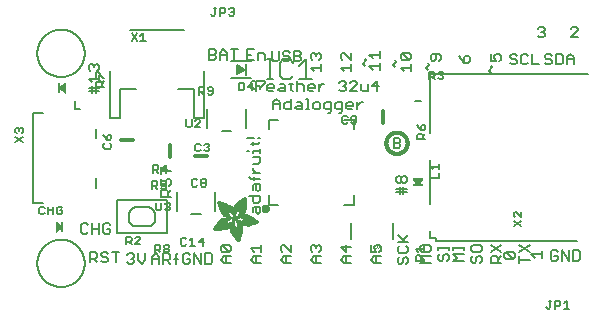
<source format=gbr>
G04 EAGLE Gerber RS-274X export*
G75*
%MOMM*%
%FSLAX34Y34*%
%LPD*%
%INSilkscreen Top*%
%IPPOS*%
%AMOC8*
5,1,8,0,0,1.08239X$1,22.5*%
G01*
%ADD10C,0.127000*%
%ADD11C,0.304800*%
%ADD12C,0.152400*%
%ADD13R,0.190500X0.889000*%
%ADD14C,0.406400*%
%ADD15C,0.203200*%
%ADD16C,0.025400*%
%ADD17R,0.200000X1.000000*%
%ADD18R,0.006300X0.050800*%
%ADD19R,0.006400X0.082600*%
%ADD20R,0.006300X0.120600*%
%ADD21R,0.006400X0.139700*%
%ADD22R,0.006300X0.158800*%
%ADD23R,0.006400X0.177800*%
%ADD24R,0.006300X0.196800*%
%ADD25R,0.006400X0.215900*%
%ADD26R,0.006300X0.228600*%
%ADD27R,0.006400X0.241300*%
%ADD28R,0.006300X0.254000*%
%ADD29R,0.006400X0.266700*%
%ADD30R,0.006300X0.279400*%
%ADD31R,0.006400X0.285700*%
%ADD32R,0.006300X0.298400*%
%ADD33R,0.006400X0.311200*%
%ADD34R,0.006300X0.317500*%
%ADD35R,0.006400X0.330200*%
%ADD36R,0.006300X0.336600*%
%ADD37R,0.006400X0.349200*%
%ADD38R,0.006300X0.361900*%
%ADD39R,0.006400X0.368300*%
%ADD40R,0.006300X0.381000*%
%ADD41R,0.006400X0.387300*%
%ADD42R,0.006300X0.393700*%
%ADD43R,0.006400X0.406400*%
%ADD44R,0.006300X0.412700*%
%ADD45R,0.006400X0.419100*%
%ADD46R,0.006300X0.431800*%
%ADD47R,0.006400X0.438100*%
%ADD48R,0.006300X0.450800*%
%ADD49R,0.006400X0.457200*%
%ADD50R,0.006300X0.463500*%
%ADD51R,0.006400X0.476200*%
%ADD52R,0.006300X0.482600*%
%ADD53R,0.006400X0.488900*%
%ADD54R,0.006300X0.501600*%
%ADD55R,0.006400X0.508000*%
%ADD56R,0.006300X0.514300*%
%ADD57R,0.006400X0.527000*%
%ADD58R,0.006300X0.533400*%
%ADD59R,0.006400X0.546100*%
%ADD60R,0.006300X0.552400*%
%ADD61R,0.006400X0.558800*%
%ADD62R,0.006300X0.571500*%
%ADD63R,0.006400X0.577800*%
%ADD64R,0.006300X0.584200*%
%ADD65R,0.006400X0.596900*%
%ADD66R,0.006300X0.603200*%
%ADD67R,0.006400X0.609600*%
%ADD68R,0.006300X0.622300*%
%ADD69R,0.006400X0.628600*%
%ADD70R,0.006300X0.641300*%
%ADD71R,0.006400X0.647700*%
%ADD72R,0.006300X0.063500*%
%ADD73R,0.006300X0.654000*%
%ADD74R,0.006400X0.101600*%
%ADD75R,0.006400X0.666700*%
%ADD76R,0.006300X0.139700*%
%ADD77R,0.006300X0.673100*%
%ADD78R,0.006400X0.165100*%
%ADD79R,0.006400X0.679400*%
%ADD80R,0.006300X0.196900*%
%ADD81R,0.006300X0.692100*%
%ADD82R,0.006400X0.222200*%
%ADD83R,0.006400X0.698500*%
%ADD84R,0.006300X0.247700*%
%ADD85R,0.006300X0.704800*%
%ADD86R,0.006400X0.279400*%
%ADD87R,0.006400X0.717500*%
%ADD88R,0.006300X0.298500*%
%ADD89R,0.006300X0.723900*%
%ADD90R,0.006400X0.736600*%
%ADD91R,0.006300X0.342900*%
%ADD92R,0.006300X0.742900*%
%ADD93R,0.006400X0.374700*%
%ADD94R,0.006400X0.749300*%
%ADD95R,0.006300X0.762000*%
%ADD96R,0.006400X0.412700*%
%ADD97R,0.006400X0.768300*%
%ADD98R,0.006300X0.438100*%
%ADD99R,0.006300X0.774700*%
%ADD100R,0.006400X0.463600*%
%ADD101R,0.006400X0.787400*%
%ADD102R,0.006300X0.793700*%
%ADD103R,0.006400X0.495300*%
%ADD104R,0.006400X0.800100*%
%ADD105R,0.006300X0.520700*%
%ADD106R,0.006300X0.812800*%
%ADD107R,0.006400X0.533400*%
%ADD108R,0.006400X0.819100*%
%ADD109R,0.006300X0.558800*%
%ADD110R,0.006300X0.825500*%
%ADD111R,0.006400X0.577900*%
%ADD112R,0.006400X0.831800*%
%ADD113R,0.006300X0.596900*%
%ADD114R,0.006300X0.844500*%
%ADD115R,0.006400X0.616000*%
%ADD116R,0.006400X0.850900*%
%ADD117R,0.006300X0.635000*%
%ADD118R,0.006300X0.857200*%
%ADD119R,0.006400X0.654100*%
%ADD120R,0.006400X0.863600*%
%ADD121R,0.006300X0.666700*%
%ADD122R,0.006300X0.869900*%
%ADD123R,0.006400X0.685800*%
%ADD124R,0.006400X0.876300*%
%ADD125R,0.006300X0.882600*%
%ADD126R,0.006400X0.723900*%
%ADD127R,0.006400X0.889000*%
%ADD128R,0.006300X0.895300*%
%ADD129R,0.006400X0.755700*%
%ADD130R,0.006400X0.901700*%
%ADD131R,0.006300X0.908000*%
%ADD132R,0.006400X0.793800*%
%ADD133R,0.006400X0.914400*%
%ADD134R,0.006300X0.806400*%
%ADD135R,0.006300X0.920700*%
%ADD136R,0.006400X0.825500*%
%ADD137R,0.006400X0.927100*%
%ADD138R,0.006300X0.933400*%
%ADD139R,0.006400X0.857300*%
%ADD140R,0.006400X0.939800*%
%ADD141R,0.006300X0.870000*%
%ADD142R,0.006300X0.939800*%
%ADD143R,0.006400X0.946100*%
%ADD144R,0.006300X0.952500*%
%ADD145R,0.006400X0.908000*%
%ADD146R,0.006400X0.958800*%
%ADD147R,0.006300X0.965200*%
%ADD148R,0.006400X0.965200*%
%ADD149R,0.006300X0.971500*%
%ADD150R,0.006400X0.952500*%
%ADD151R,0.006400X0.977900*%
%ADD152R,0.006300X0.958800*%
%ADD153R,0.006300X0.984200*%
%ADD154R,0.006400X0.971500*%
%ADD155R,0.006400X0.984200*%
%ADD156R,0.006300X0.990600*%
%ADD157R,0.006400X0.984300*%
%ADD158R,0.006400X0.996900*%
%ADD159R,0.006300X0.997000*%
%ADD160R,0.006300X0.996900*%
%ADD161R,0.006400X1.003300*%
%ADD162R,0.006300X1.016000*%
%ADD163R,0.006300X1.009600*%
%ADD164R,0.006400X1.016000*%
%ADD165R,0.006400X1.009600*%
%ADD166R,0.006300X1.022300*%
%ADD167R,0.006400X1.028700*%
%ADD168R,0.006300X1.035100*%
%ADD169R,0.006400X1.047800*%
%ADD170R,0.006300X1.054100*%
%ADD171R,0.006300X1.028700*%
%ADD172R,0.006400X1.054100*%
%ADD173R,0.006400X1.035000*%
%ADD174R,0.006300X1.060400*%
%ADD175R,0.006300X1.035000*%
%ADD176R,0.006400X1.060500*%
%ADD177R,0.006400X1.041400*%
%ADD178R,0.006300X1.066800*%
%ADD179R,0.006300X1.041400*%
%ADD180R,0.006400X1.079500*%
%ADD181R,0.006400X1.047700*%
%ADD182R,0.006300X1.085900*%
%ADD183R,0.006300X1.047700*%
%ADD184R,0.006400X1.085800*%
%ADD185R,0.006300X1.092200*%
%ADD186R,0.006400X1.085900*%
%ADD187R,0.006300X1.098600*%
%ADD188R,0.006400X1.098600*%
%ADD189R,0.006400X1.060400*%
%ADD190R,0.006300X1.104900*%
%ADD191R,0.006400X1.104900*%
%ADD192R,0.006400X1.066800*%
%ADD193R,0.006300X1.111200*%
%ADD194R,0.006400X1.117600*%
%ADD195R,0.006300X1.117600*%
%ADD196R,0.006300X1.073100*%
%ADD197R,0.006400X1.073100*%
%ADD198R,0.006300X1.124000*%
%ADD199R,0.006300X1.079500*%
%ADD200R,0.006400X1.123900*%
%ADD201R,0.006300X1.130300*%
%ADD202R,0.006400X1.130300*%
%ADD203R,0.006400X1.136700*%
%ADD204R,0.006300X1.136700*%
%ADD205R,0.006300X1.085800*%
%ADD206R,0.006400X1.136600*%
%ADD207R,0.006300X1.136600*%
%ADD208R,0.006400X1.143000*%
%ADD209R,0.006300X1.143000*%
%ADD210R,0.006300X1.149400*%
%ADD211R,0.006300X1.149300*%
%ADD212R,0.006400X1.149300*%
%ADD213R,0.006400X1.149400*%
%ADD214R,0.006400X1.155700*%
%ADD215R,0.006300X1.155700*%
%ADD216R,0.006300X1.060500*%
%ADD217R,0.006400X2.197100*%
%ADD218R,0.006300X2.197100*%
%ADD219R,0.006300X2.184400*%
%ADD220R,0.006400X2.184400*%
%ADD221R,0.006400X2.171700*%
%ADD222R,0.006300X2.171700*%
%ADD223R,0.006400X1.530300*%
%ADD224R,0.006300X1.505000*%
%ADD225R,0.006400X1.492300*%
%ADD226R,0.006300X1.485900*%
%ADD227R,0.006300X0.565200*%
%ADD228R,0.006400X1.473200*%
%ADD229R,0.006400X0.565200*%
%ADD230R,0.006300X1.460500*%
%ADD231R,0.006400X1.454100*%
%ADD232R,0.006400X0.552400*%
%ADD233R,0.006300X1.441500*%
%ADD234R,0.006300X0.546100*%
%ADD235R,0.006400X1.435100*%
%ADD236R,0.006400X0.539800*%
%ADD237R,0.006300X1.428800*%
%ADD238R,0.006400X1.422400*%
%ADD239R,0.006300X1.409700*%
%ADD240R,0.006300X0.527100*%
%ADD241R,0.006400X1.403300*%
%ADD242R,0.006400X0.527100*%
%ADD243R,0.006300X1.390700*%
%ADD244R,0.006400X1.384300*%
%ADD245R,0.006400X0.520700*%
%ADD246R,0.006300X1.384300*%
%ADD247R,0.006300X0.514400*%
%ADD248R,0.006400X1.371600*%
%ADD249R,0.006300X1.365200*%
%ADD250R,0.006300X0.508000*%
%ADD251R,0.006400X1.352600*%
%ADD252R,0.006400X0.501700*%
%ADD253R,0.006300X0.711200*%
%ADD254R,0.006300X0.603300*%
%ADD255R,0.006300X0.501700*%
%ADD256R,0.006400X0.692100*%
%ADD257R,0.006400X0.571500*%
%ADD258R,0.006300X0.679400*%
%ADD259R,0.006300X0.495300*%
%ADD260R,0.006400X0.673100*%
%ADD261R,0.006300X0.666800*%
%ADD262R,0.006300X0.488900*%
%ADD263R,0.006400X0.660400*%
%ADD264R,0.006400X0.482600*%
%ADD265R,0.006300X0.476200*%
%ADD266R,0.006400X0.654000*%
%ADD267R,0.006400X0.469900*%
%ADD268R,0.006400X0.476300*%
%ADD269R,0.006300X0.647700*%
%ADD270R,0.006300X0.457200*%
%ADD271R,0.006300X0.469900*%
%ADD272R,0.006400X0.641300*%
%ADD273R,0.006400X0.444500*%
%ADD274R,0.006300X0.463600*%
%ADD275R,0.006400X0.635000*%
%ADD276R,0.006400X0.463500*%
%ADD277R,0.006400X0.393700*%
%ADD278R,0.006400X0.450800*%
%ADD279R,0.006300X0.628600*%
%ADD280R,0.006300X0.387400*%
%ADD281R,0.006300X0.450900*%
%ADD282R,0.006400X0.628700*%
%ADD283R,0.006400X0.374600*%
%ADD284R,0.006300X0.368300*%
%ADD285R,0.006300X0.438200*%
%ADD286R,0.006400X0.622300*%
%ADD287R,0.006400X0.355600*%
%ADD288R,0.006400X0.431800*%
%ADD289R,0.006300X0.349300*%
%ADD290R,0.006300X0.425400*%
%ADD291R,0.006300X0.615900*%
%ADD292R,0.006300X0.330200*%
%ADD293R,0.006300X0.419100*%
%ADD294R,0.006300X0.616000*%
%ADD295R,0.006300X0.311200*%
%ADD296R,0.006300X0.406400*%
%ADD297R,0.006400X0.615900*%
%ADD298R,0.006400X0.304800*%
%ADD299R,0.006400X0.158800*%
%ADD300R,0.006300X0.609600*%
%ADD301R,0.006300X0.292100*%
%ADD302R,0.006300X0.235000*%
%ADD303R,0.006400X0.387400*%
%ADD304R,0.006400X0.292100*%
%ADD305R,0.006300X0.336500*%
%ADD306R,0.006300X0.260400*%
%ADD307R,0.006400X0.603300*%
%ADD308R,0.006400X0.260400*%
%ADD309R,0.006400X0.362000*%
%ADD310R,0.006400X0.450900*%
%ADD311R,0.006300X0.355600*%
%ADD312R,0.006400X0.342900*%
%ADD313R,0.006400X0.514300*%
%ADD314R,0.006300X0.234900*%
%ADD315R,0.006300X0.539700*%
%ADD316R,0.006400X0.603200*%
%ADD317R,0.006400X0.234900*%
%ADD318R,0.006400X0.920700*%
%ADD319R,0.006400X0.958900*%
%ADD320R,0.006300X0.215900*%
%ADD321R,0.006400X0.209600*%
%ADD322R,0.006300X0.203200*%
%ADD323R,0.006300X1.003300*%
%ADD324R,0.006400X0.203200*%
%ADD325R,0.006400X0.196900*%
%ADD326R,0.006300X0.190500*%
%ADD327R,0.006400X0.190500*%
%ADD328R,0.006300X0.184200*%
%ADD329R,0.006400X0.590500*%
%ADD330R,0.006400X0.184200*%
%ADD331R,0.006300X0.590500*%
%ADD332R,0.006300X0.177800*%
%ADD333R,0.006400X0.584200*%
%ADD334R,0.006400X1.168400*%
%ADD335R,0.006300X0.171500*%
%ADD336R,0.006300X1.187500*%
%ADD337R,0.006400X1.200100*%
%ADD338R,0.006300X0.577800*%
%ADD339R,0.006300X1.212900*%
%ADD340R,0.006400X1.231900*%
%ADD341R,0.006300X1.250900*%
%ADD342R,0.006400X0.565100*%
%ADD343R,0.006400X0.184100*%
%ADD344R,0.006400X1.263700*%
%ADD345R,0.006300X0.565100*%
%ADD346R,0.006300X1.289100*%
%ADD347R,0.006400X1.314400*%
%ADD348R,0.006300X0.552500*%
%ADD349R,0.006300X1.568500*%
%ADD350R,0.006400X0.552500*%
%ADD351R,0.006400X1.581200*%
%ADD352R,0.006300X1.593800*%
%ADD353R,0.006400X1.606500*%
%ADD354R,0.006300X1.619300*%
%ADD355R,0.006400X0.514400*%
%ADD356R,0.006400X1.638300*%
%ADD357R,0.006300X1.657300*%
%ADD358R,0.006400X2.209800*%
%ADD359R,0.006300X2.425700*%
%ADD360R,0.006400X2.470100*%
%ADD361R,0.006300X2.501900*%
%ADD362R,0.006400X2.533700*%
%ADD363R,0.006300X2.559000*%
%ADD364R,0.006400X2.584500*%
%ADD365R,0.006300X2.609900*%
%ADD366R,0.006400X2.628900*%
%ADD367R,0.006300X2.660600*%
%ADD368R,0.006400X2.673400*%
%ADD369R,0.006300X1.422400*%
%ADD370R,0.006300X1.200200*%
%ADD371R,0.006300X1.365300*%
%ADD372R,0.006400X1.365300*%
%ADD373R,0.006300X1.352500*%
%ADD374R,0.006300X1.098500*%
%ADD375R,0.006400X1.358900*%
%ADD376R,0.006300X1.352600*%
%ADD377R,0.006300X1.358900*%
%ADD378R,0.006300X1.371600*%
%ADD379R,0.006400X1.377900*%
%ADD380R,0.006400X1.397000*%
%ADD381R,0.006300X1.403300*%
%ADD382R,0.006300X0.914400*%
%ADD383R,0.006300X0.876300*%
%ADD384R,0.006300X0.374600*%
%ADD385R,0.006400X1.073200*%
%ADD386R,0.006300X0.374700*%
%ADD387R,0.006400X0.844600*%
%ADD388R,0.006300X0.844600*%
%ADD389R,0.006400X0.831900*%
%ADD390R,0.006400X1.092200*%
%ADD391R,0.006300X0.400000*%
%ADD392R,0.006400X0.819200*%
%ADD393R,0.006400X1.111300*%
%ADD394R,0.006400X0.812800*%
%ADD395R,0.006300X0.800100*%
%ADD396R,0.006300X0.476300*%
%ADD397R,0.006300X1.181100*%
%ADD398R,0.006400X0.501600*%
%ADD399R,0.006400X1.193800*%
%ADD400R,0.006400X0.781000*%
%ADD401R,0.006400X1.238200*%
%ADD402R,0.006300X0.781100*%
%ADD403R,0.006300X1.257300*%
%ADD404R,0.006400X1.295400*%
%ADD405R,0.006300X1.333500*%
%ADD406R,0.006400X0.774700*%
%ADD407R,0.006400X1.866900*%
%ADD408R,0.006300X0.209600*%
%ADD409R,0.006300X1.866900*%
%ADD410R,0.006400X0.768400*%
%ADD411R,0.006400X0.209500*%
%ADD412R,0.006400X1.860600*%
%ADD413R,0.006400X0.762000*%
%ADD414R,0.006300X0.768400*%
%ADD415R,0.006300X1.860600*%
%ADD416R,0.006400X1.860500*%
%ADD417R,0.006300X0.222300*%
%ADD418R,0.006300X1.854200*%
%ADD419R,0.006400X0.235000*%
%ADD420R,0.006400X1.854200*%
%ADD421R,0.006300X0.768300*%
%ADD422R,0.006400X0.260300*%
%ADD423R,0.006400X1.847800*%
%ADD424R,0.006300X0.266700*%
%ADD425R,0.006300X1.847800*%
%ADD426R,0.006400X0.273100*%
%ADD427R,0.006400X1.841500*%
%ADD428R,0.006300X0.285800*%
%ADD429R,0.006300X1.841500*%
%ADD430R,0.006400X0.298500*%
%ADD431R,0.006400X1.835100*%
%ADD432R,0.006300X0.781000*%
%ADD433R,0.006300X0.304800*%
%ADD434R,0.006300X1.835100*%
%ADD435R,0.006400X0.317500*%
%ADD436R,0.006400X1.828800*%
%ADD437R,0.006300X0.787400*%
%ADD438R,0.006300X0.323800*%
%ADD439R,0.006300X1.828800*%
%ADD440R,0.006400X0.793700*%
%ADD441R,0.006400X1.822400*%
%ADD442R,0.006300X0.806500*%
%ADD443R,0.006300X1.822400*%
%ADD444R,0.006400X1.816100*%
%ADD445R,0.006300X0.819100*%
%ADD446R,0.006300X0.387300*%
%ADD447R,0.006300X1.816100*%
%ADD448R,0.006400X1.809800*%
%ADD449R,0.006300X1.803400*%
%ADD450R,0.006400X1.797000*%
%ADD451R,0.006300X0.901700*%
%ADD452R,0.006300X1.797000*%
%ADD453R,0.006400X1.441400*%
%ADD454R,0.006400X1.790700*%
%ADD455R,0.006300X1.447800*%
%ADD456R,0.006300X1.784300*%
%ADD457R,0.006400X1.447800*%
%ADD458R,0.006400X1.784300*%
%ADD459R,0.006300X1.454100*%
%ADD460R,0.006300X1.771700*%
%ADD461R,0.006400X1.460500*%
%ADD462R,0.006400X1.759000*%
%ADD463R,0.006300X1.466800*%
%ADD464R,0.006300X1.752600*%
%ADD465R,0.006400X1.466800*%
%ADD466R,0.006400X1.739900*%
%ADD467R,0.006300X1.473200*%
%ADD468R,0.006300X1.727200*%
%ADD469R,0.006400X1.479500*%
%ADD470R,0.006400X1.714500*%
%ADD471R,0.006300X1.695400*%
%ADD472R,0.006400X1.485900*%
%ADD473R,0.006400X1.682700*%
%ADD474R,0.006300X1.492200*%
%ADD475R,0.006300X1.663700*%
%ADD476R,0.006400X1.498600*%
%ADD477R,0.006400X1.644600*%
%ADD478R,0.006300X1.498600*%
%ADD479R,0.006300X1.619200*%
%ADD480R,0.006400X1.511300*%
%ADD481R,0.006400X1.600200*%
%ADD482R,0.006300X1.517700*%
%ADD483R,0.006300X1.574800*%
%ADD484R,0.006400X1.524000*%
%ADD485R,0.006400X1.555800*%
%ADD486R,0.006300X1.524000*%
%ADD487R,0.006300X1.536700*%
%ADD488R,0.006400X1.530400*%
%ADD489R,0.006400X1.517700*%
%ADD490R,0.006300X1.492300*%
%ADD491R,0.006400X1.549400*%
%ADD492R,0.006400X1.479600*%
%ADD493R,0.006300X1.549400*%
%ADD494R,0.006400X1.555700*%
%ADD495R,0.006300X1.562100*%
%ADD496R,0.006300X0.323900*%
%ADD497R,0.006400X1.568400*%
%ADD498R,0.006400X0.336600*%
%ADD499R,0.006300X1.587500*%
%ADD500R,0.006300X0.971600*%
%ADD501R,0.006400X0.349300*%
%ADD502R,0.006300X1.600200*%
%ADD503R,0.006300X0.920800*%
%ADD504R,0.006400X0.882700*%
%ADD505R,0.006300X1.612900*%
%ADD506R,0.006300X0.362000*%
%ADD507R,0.006400X1.625600*%
%ADD508R,0.006300X1.625600*%
%ADD509R,0.006300X1.644600*%
%ADD510R,0.006300X0.736600*%
%ADD511R,0.006400X0.717600*%
%ADD512R,0.006300X1.657400*%
%ADD513R,0.006300X0.679500*%
%ADD514R,0.006400X1.663700*%
%ADD515R,0.006400X0.400000*%
%ADD516R,0.006300X1.676400*%
%ADD517R,0.006400X1.676400*%
%ADD518R,0.006400X0.425500*%
%ADD519R,0.006400X1.352500*%
%ADD520R,0.006300X0.444500*%
%ADD521R,0.006400X0.361900*%
%ADD522R,0.006300X0.088900*%
%ADD523R,0.006300X1.009700*%
%ADD524R,0.006400X1.009700*%
%ADD525R,0.006400X1.022300*%
%ADD526R,0.006400X1.346200*%
%ADD527R,0.006300X1.346200*%
%ADD528R,0.006400X1.339900*%
%ADD529R,0.006400X1.035100*%
%ADD530R,0.006300X1.339800*%
%ADD531R,0.006400X1.333500*%
%ADD532R,0.006400X1.327200*%
%ADD533R,0.006300X1.320800*%
%ADD534R,0.006400X1.314500*%
%ADD535R,0.006300X1.314400*%
%ADD536R,0.006400X1.301700*%
%ADD537R,0.006300X1.295400*%
%ADD538R,0.006400X1.289000*%
%ADD539R,0.006300X1.276300*%
%ADD540R,0.006300X1.251000*%
%ADD541R,0.006400X1.244600*%
%ADD542R,0.006300X1.231900*%
%ADD543R,0.006400X1.212800*%
%ADD544R,0.006300X1.200100*%
%ADD545R,0.006400X1.187400*%
%ADD546R,0.006300X1.168400*%
%ADD547R,0.006300X1.047800*%
%ADD548R,0.006300X0.977900*%
%ADD549R,0.006400X0.946200*%
%ADD550R,0.006400X0.933400*%
%ADD551R,0.006400X0.895300*%
%ADD552R,0.006300X0.882700*%
%ADD553R,0.006300X0.863600*%
%ADD554R,0.006400X0.857200*%
%ADD555R,0.006300X0.850900*%
%ADD556R,0.006300X0.838200*%
%ADD557R,0.006400X0.806500*%
%ADD558R,0.006300X0.717600*%
%ADD559R,0.006400X0.711200*%
%ADD560R,0.006400X0.641400*%
%ADD561R,0.006300X0.641400*%
%ADD562R,0.006300X0.628700*%
%ADD563R,0.006300X0.590600*%
%ADD564R,0.006400X0.539700*%
%ADD565R,0.006300X0.285700*%
%ADD566R,0.006300X0.222200*%
%ADD567R,0.006300X0.171400*%
%ADD568R,0.006400X0.152400*%
%ADD569R,0.006300X0.133400*%
%ADD570R,0.889000X0.190500*%

G36*
X21647Y51314D02*
X21647Y51314D01*
X21665Y51312D01*
X21767Y51340D01*
X21870Y51362D01*
X21885Y51371D01*
X21902Y51376D01*
X22047Y51461D01*
X27127Y55271D01*
X27130Y55274D01*
X27134Y55276D01*
X27215Y55363D01*
X27297Y55448D01*
X27299Y55452D01*
X27302Y55455D01*
X27352Y55564D01*
X27402Y55671D01*
X27402Y55675D01*
X27404Y55679D01*
X27417Y55797D01*
X27430Y55915D01*
X27430Y55919D01*
X27430Y55924D01*
X27404Y56040D01*
X27380Y56156D01*
X27377Y56160D01*
X27376Y56164D01*
X27315Y56266D01*
X27255Y56368D01*
X27251Y56371D01*
X27249Y56374D01*
X27127Y56489D01*
X22047Y60299D01*
X22031Y60307D01*
X22018Y60320D01*
X22003Y60327D01*
X21995Y60333D01*
X21945Y60353D01*
X21922Y60364D01*
X21829Y60413D01*
X21811Y60416D01*
X21795Y60423D01*
X21690Y60435D01*
X21586Y60451D01*
X21568Y60448D01*
X21551Y60450D01*
X21448Y60428D01*
X21343Y60410D01*
X21328Y60402D01*
X21310Y60398D01*
X21220Y60344D01*
X21127Y60294D01*
X21114Y60281D01*
X21099Y60272D01*
X21030Y60192D01*
X20958Y60115D01*
X20951Y60098D01*
X20939Y60085D01*
X20900Y59987D01*
X20856Y59891D01*
X20854Y59873D01*
X20847Y59857D01*
X20829Y59690D01*
X20829Y52070D01*
X20832Y52052D01*
X20830Y52035D01*
X20851Y51931D01*
X20869Y51827D01*
X20877Y51812D01*
X20881Y51794D01*
X20934Y51703D01*
X20984Y51610D01*
X20996Y51598D01*
X21006Y51582D01*
X21085Y51513D01*
X21162Y51441D01*
X21178Y51433D01*
X21192Y51421D01*
X21289Y51381D01*
X21385Y51337D01*
X21403Y51335D01*
X21419Y51328D01*
X21525Y51321D01*
X21629Y51310D01*
X21647Y51314D01*
G37*
G36*
X29012Y169022D02*
X29012Y169022D01*
X29029Y169020D01*
X29132Y169042D01*
X29237Y169060D01*
X29252Y169068D01*
X29270Y169072D01*
X29360Y169126D01*
X29454Y169176D01*
X29466Y169189D01*
X29481Y169198D01*
X29550Y169278D01*
X29622Y169355D01*
X29629Y169372D01*
X29641Y169385D01*
X29680Y169483D01*
X29724Y169579D01*
X29726Y169597D01*
X29733Y169613D01*
X29751Y169780D01*
X29751Y177400D01*
X29749Y177417D01*
X29750Y177432D01*
X29750Y177435D01*
X29729Y177539D01*
X29712Y177643D01*
X29703Y177658D01*
X29700Y177676D01*
X29646Y177767D01*
X29596Y177860D01*
X29584Y177872D01*
X29575Y177888D01*
X29495Y177957D01*
X29418Y178030D01*
X29402Y178037D01*
X29388Y178049D01*
X29291Y178089D01*
X29195Y178133D01*
X29177Y178135D01*
X29161Y178142D01*
X29055Y178149D01*
X28951Y178160D01*
X28933Y178156D01*
X28915Y178158D01*
X28813Y178130D01*
X28740Y178114D01*
X28737Y178114D01*
X28710Y178108D01*
X28695Y178099D01*
X28678Y178094D01*
X28533Y178009D01*
X23453Y174199D01*
X23450Y174196D01*
X23447Y174194D01*
X23365Y174107D01*
X23283Y174022D01*
X23281Y174018D01*
X23278Y174015D01*
X23228Y173906D01*
X23178Y173799D01*
X23178Y173795D01*
X23176Y173791D01*
X23163Y173673D01*
X23150Y173555D01*
X23150Y173551D01*
X23150Y173546D01*
X23176Y173430D01*
X23201Y173314D01*
X23203Y173310D01*
X23204Y173306D01*
X23265Y173204D01*
X23326Y173102D01*
X23329Y173099D01*
X23331Y173096D01*
X23453Y172981D01*
X28533Y169171D01*
X28549Y169163D01*
X28562Y169151D01*
X28658Y169106D01*
X28751Y169057D01*
X28769Y169054D01*
X28785Y169047D01*
X28890Y169035D01*
X28994Y169019D01*
X29012Y169022D01*
G37*
G36*
X327699Y90680D02*
X327699Y90680D01*
X327704Y90680D01*
X327820Y90706D01*
X327936Y90731D01*
X327940Y90733D01*
X327944Y90734D01*
X328046Y90795D01*
X328148Y90856D01*
X328151Y90859D01*
X328154Y90861D01*
X328269Y90983D01*
X332079Y96063D01*
X332087Y96079D01*
X332100Y96092D01*
X332144Y96188D01*
X332193Y96281D01*
X332196Y96299D01*
X332203Y96315D01*
X332215Y96420D01*
X332231Y96524D01*
X332228Y96542D01*
X332230Y96559D01*
X332208Y96662D01*
X332190Y96767D01*
X332182Y96782D01*
X332178Y96800D01*
X332124Y96890D01*
X332074Y96984D01*
X332061Y96996D01*
X332052Y97011D01*
X331972Y97080D01*
X331895Y97152D01*
X331878Y97159D01*
X331865Y97171D01*
X331767Y97210D01*
X331671Y97254D01*
X331653Y97256D01*
X331637Y97263D01*
X331470Y97281D01*
X323850Y97281D01*
X323832Y97278D01*
X323815Y97280D01*
X323711Y97259D01*
X323607Y97242D01*
X323592Y97233D01*
X323574Y97230D01*
X323483Y97176D01*
X323390Y97126D01*
X323378Y97114D01*
X323362Y97105D01*
X323293Y97025D01*
X323221Y96948D01*
X323213Y96932D01*
X323201Y96918D01*
X323161Y96821D01*
X323117Y96725D01*
X323115Y96707D01*
X323108Y96691D01*
X323101Y96585D01*
X323090Y96481D01*
X323094Y96463D01*
X323092Y96445D01*
X323120Y96343D01*
X323142Y96240D01*
X323151Y96225D01*
X323156Y96208D01*
X323241Y96063D01*
X327051Y90983D01*
X327054Y90980D01*
X327056Y90977D01*
X327143Y90895D01*
X327228Y90813D01*
X327232Y90811D01*
X327235Y90808D01*
X327344Y90758D01*
X327451Y90708D01*
X327455Y90708D01*
X327459Y90706D01*
X327577Y90693D01*
X327695Y90680D01*
X327699Y90680D01*
G37*
G36*
X175845Y186223D02*
X175845Y186223D01*
X175916Y186221D01*
X175986Y186240D01*
X176057Y186248D01*
X176112Y186273D01*
X176191Y186293D01*
X176294Y186354D01*
X176363Y186385D01*
X179363Y188385D01*
X179450Y188462D01*
X179540Y188535D01*
X179555Y188557D01*
X179575Y188575D01*
X179637Y188672D01*
X179704Y188767D01*
X179712Y188793D01*
X179727Y188815D01*
X179759Y188926D01*
X179797Y189036D01*
X179798Y189063D01*
X179805Y189088D01*
X179805Y189204D01*
X179811Y189320D01*
X179805Y189346D01*
X179805Y189373D01*
X179773Y189484D01*
X179747Y189597D01*
X179734Y189620D01*
X179726Y189646D01*
X179664Y189744D01*
X179608Y189845D01*
X179590Y189861D01*
X179575Y189886D01*
X179367Y190071D01*
X179363Y190075D01*
X176363Y192075D01*
X176299Y192106D01*
X176239Y192146D01*
X176171Y192167D01*
X176107Y192198D01*
X176036Y192210D01*
X175968Y192231D01*
X175897Y192233D01*
X175827Y192245D01*
X175755Y192237D01*
X175684Y192239D01*
X175615Y192221D01*
X175544Y192212D01*
X175478Y192185D01*
X175409Y192167D01*
X175348Y192130D01*
X175282Y192103D01*
X175226Y192058D01*
X175164Y192022D01*
X175115Y191970D01*
X175060Y191925D01*
X175019Y191867D01*
X174970Y191814D01*
X174937Y191751D01*
X174896Y191693D01*
X174873Y191625D01*
X174840Y191561D01*
X174830Y191502D01*
X174803Y191424D01*
X174797Y191305D01*
X174785Y191230D01*
X174785Y187230D01*
X174795Y187159D01*
X174795Y187087D01*
X174815Y187019D01*
X174825Y186949D01*
X174854Y186883D01*
X174874Y186814D01*
X174912Y186754D01*
X174941Y186689D01*
X174987Y186634D01*
X175025Y186574D01*
X175079Y186526D01*
X175125Y186472D01*
X175184Y186432D01*
X175238Y186385D01*
X175302Y186354D01*
X175361Y186315D01*
X175430Y186293D01*
X175494Y186262D01*
X175564Y186250D01*
X175632Y186229D01*
X175704Y186227D01*
X175775Y186215D01*
X175845Y186223D01*
G37*
D10*
X203772Y205113D02*
X203772Y197698D01*
X205255Y196215D01*
X208221Y196215D01*
X209704Y197698D01*
X209704Y205113D01*
X217576Y205113D02*
X219059Y203630D01*
X217576Y205113D02*
X214610Y205113D01*
X213127Y203630D01*
X213127Y202147D01*
X214610Y200664D01*
X217576Y200664D01*
X219059Y199181D01*
X219059Y197698D01*
X217576Y196215D01*
X214610Y196215D01*
X213127Y197698D01*
X222483Y196215D02*
X222483Y205113D01*
X226931Y205113D01*
X228414Y203630D01*
X228414Y202147D01*
X226931Y200664D01*
X228414Y199181D01*
X228414Y197698D01*
X226931Y196215D01*
X222483Y196215D01*
X222483Y200664D02*
X226931Y200664D01*
X50102Y34933D02*
X50102Y26035D01*
X50102Y34933D02*
X54551Y34933D01*
X56034Y33450D01*
X56034Y30484D01*
X54551Y29001D01*
X50102Y29001D01*
X53068Y29001D02*
X56034Y26035D01*
X63906Y34933D02*
X65389Y33450D01*
X63906Y34933D02*
X60940Y34933D01*
X59457Y33450D01*
X59457Y31967D01*
X60940Y30484D01*
X63906Y30484D01*
X65389Y29001D01*
X65389Y27518D01*
X63906Y26035D01*
X60940Y26035D01*
X59457Y27518D01*
X71778Y26035D02*
X71778Y34933D01*
X68813Y34933D02*
X74744Y34933D01*
X102461Y30697D02*
X102461Y24765D01*
X102461Y30697D02*
X105427Y33663D01*
X108393Y30697D01*
X108393Y24765D01*
X108393Y29214D02*
X102461Y29214D01*
X111817Y24765D02*
X111817Y33663D01*
X116265Y33663D01*
X117748Y32180D01*
X117748Y29214D01*
X116265Y27731D01*
X111817Y27731D01*
X114782Y27731D02*
X117748Y24765D01*
X122655Y24765D02*
X122655Y32180D01*
X124138Y33663D01*
X124138Y29214D02*
X121172Y29214D01*
X82933Y33663D02*
X81450Y32180D01*
X82933Y33663D02*
X85899Y33663D01*
X87382Y32180D01*
X87382Y30697D01*
X85899Y29214D01*
X84416Y29214D01*
X85899Y29214D02*
X87382Y27731D01*
X87382Y26248D01*
X85899Y24765D01*
X82933Y24765D01*
X81450Y26248D01*
X90805Y27731D02*
X90805Y33663D01*
X90805Y27731D02*
X93771Y24765D01*
X96737Y27731D01*
X96737Y33663D01*
X290613Y25570D02*
X296545Y25570D01*
X290613Y25570D02*
X287647Y28536D01*
X290613Y31502D01*
X296545Y31502D01*
X292096Y31502D02*
X292096Y25570D01*
X287647Y34925D02*
X287647Y40857D01*
X287647Y34925D02*
X292096Y34925D01*
X290613Y37891D01*
X290613Y39374D01*
X292096Y40857D01*
X295062Y40857D01*
X296545Y39374D01*
X296545Y36408D01*
X295062Y34925D01*
X271145Y25570D02*
X265213Y25570D01*
X262247Y28536D01*
X265213Y31502D01*
X271145Y31502D01*
X266696Y31502D02*
X266696Y25570D01*
X271145Y39374D02*
X262247Y39374D01*
X266696Y34925D01*
X266696Y40857D01*
X245745Y25570D02*
X239813Y25570D01*
X236847Y28536D01*
X239813Y31502D01*
X245745Y31502D01*
X241296Y31502D02*
X241296Y25570D01*
X238330Y34925D02*
X236847Y36408D01*
X236847Y39374D01*
X238330Y40857D01*
X239813Y40857D01*
X241296Y39374D01*
X241296Y37891D01*
X241296Y39374D02*
X242779Y40857D01*
X244262Y40857D01*
X245745Y39374D01*
X245745Y36408D01*
X244262Y34925D01*
X220345Y25570D02*
X214413Y25570D01*
X211447Y28536D01*
X214413Y31502D01*
X220345Y31502D01*
X215896Y31502D02*
X215896Y25570D01*
X220345Y34925D02*
X220345Y40857D01*
X220345Y34925D02*
X214413Y40857D01*
X212930Y40857D01*
X211447Y39374D01*
X211447Y36408D01*
X212930Y34925D01*
X194945Y25570D02*
X189013Y25570D01*
X186047Y28536D01*
X189013Y31502D01*
X194945Y31502D01*
X190496Y31502D02*
X190496Y25570D01*
X189013Y34925D02*
X186047Y37891D01*
X194945Y37891D01*
X194945Y34925D02*
X194945Y40857D01*
X169545Y25570D02*
X163613Y25570D01*
X160647Y28536D01*
X163613Y31502D01*
X169545Y31502D01*
X165096Y31502D02*
X165096Y25570D01*
X168062Y34925D02*
X162130Y34925D01*
X160647Y36408D01*
X160647Y39374D01*
X162130Y40857D01*
X168062Y40857D01*
X169545Y39374D01*
X169545Y36408D01*
X168062Y34925D01*
X162130Y40857D01*
X239813Y188130D02*
X236847Y191096D01*
X245745Y191096D01*
X245745Y188130D02*
X245745Y194062D01*
X238330Y197485D02*
X236847Y198968D01*
X236847Y201934D01*
X238330Y203417D01*
X239813Y203417D01*
X241296Y201934D01*
X241296Y200451D01*
X241296Y201934D02*
X242779Y203417D01*
X244262Y203417D01*
X245745Y201934D01*
X245745Y198968D01*
X244262Y197485D01*
X387764Y188343D02*
X389247Y186860D01*
X387764Y188343D02*
X390730Y191309D01*
X389247Y192792D01*
X389247Y196215D02*
X389247Y202147D01*
X389247Y196215D02*
X393696Y196215D01*
X392213Y199181D01*
X392213Y200664D01*
X393696Y202147D01*
X396662Y202147D01*
X398145Y200664D01*
X398145Y197698D01*
X396662Y196215D01*
X289343Y189400D02*
X286377Y192366D01*
X295275Y192366D01*
X295275Y189400D02*
X295275Y195332D01*
X289343Y198755D02*
X286377Y201721D01*
X295275Y201721D01*
X295275Y198755D02*
X295275Y204687D01*
X313047Y191096D02*
X316013Y188130D01*
X313047Y191096D02*
X321945Y191096D01*
X321945Y188130D02*
X321945Y194062D01*
X320462Y197485D02*
X314530Y197485D01*
X313047Y198968D01*
X313047Y201934D01*
X314530Y203417D01*
X320462Y203417D01*
X321945Y201934D01*
X321945Y198968D01*
X320462Y197485D01*
X314530Y203417D01*
X345862Y196617D02*
X347345Y198100D01*
X347345Y201066D01*
X345862Y202549D01*
X339930Y202549D01*
X338447Y201066D01*
X338447Y198100D01*
X339930Y196617D01*
X341413Y196617D01*
X342896Y198100D01*
X342896Y202549D01*
X311990Y30634D02*
X310507Y29151D01*
X310507Y26185D01*
X311990Y24702D01*
X313473Y24702D01*
X314956Y26185D01*
X314956Y29151D01*
X316439Y30634D01*
X317922Y30634D01*
X319405Y29151D01*
X319405Y26185D01*
X317922Y24702D01*
X310507Y38506D02*
X311990Y39989D01*
X310507Y38506D02*
X310507Y35540D01*
X311990Y34057D01*
X317922Y34057D01*
X319405Y35540D01*
X319405Y38506D01*
X317922Y39989D01*
X319405Y43413D02*
X310507Y43413D01*
X310507Y49344D02*
X316439Y43413D01*
X314956Y44896D02*
X319405Y49344D01*
X329557Y25570D02*
X338455Y25570D01*
X332523Y28536D02*
X329557Y25570D01*
X332523Y28536D02*
X329557Y31502D01*
X338455Y31502D01*
X329557Y36408D02*
X329557Y39374D01*
X329557Y36408D02*
X331040Y34925D01*
X336972Y34925D01*
X338455Y36408D01*
X338455Y39374D01*
X336972Y40857D01*
X331040Y40857D01*
X329557Y39374D01*
X344797Y31578D02*
X346280Y33061D01*
X344797Y31578D02*
X344797Y28612D01*
X346280Y27129D01*
X347763Y27129D01*
X349246Y28612D01*
X349246Y31578D01*
X350729Y33061D01*
X352212Y33061D01*
X353695Y31578D01*
X353695Y28612D01*
X352212Y27129D01*
X353695Y36484D02*
X353695Y39450D01*
X353695Y37967D02*
X344797Y37967D01*
X344797Y36484D02*
X344797Y39450D01*
X357497Y27129D02*
X366395Y27129D01*
X360463Y30095D02*
X357497Y27129D01*
X360463Y30095D02*
X357497Y33061D01*
X366395Y33061D01*
X366395Y36484D02*
X366395Y39450D01*
X366395Y37967D02*
X357497Y37967D01*
X357497Y36484D02*
X357497Y39450D01*
X372737Y30019D02*
X374220Y31502D01*
X372737Y30019D02*
X372737Y27053D01*
X374220Y25570D01*
X375703Y25570D01*
X377186Y27053D01*
X377186Y30019D01*
X378669Y31502D01*
X380152Y31502D01*
X381635Y30019D01*
X381635Y27053D01*
X380152Y25570D01*
X372737Y36408D02*
X372737Y39374D01*
X372737Y36408D02*
X374220Y34925D01*
X380152Y34925D01*
X381635Y36408D01*
X381635Y39374D01*
X380152Y40857D01*
X374220Y40857D01*
X372737Y39374D01*
X411634Y201090D02*
X410151Y202573D01*
X407185Y202573D01*
X405702Y201090D01*
X405702Y199607D01*
X407185Y198124D01*
X410151Y198124D01*
X411634Y196641D01*
X411634Y195158D01*
X410151Y193675D01*
X407185Y193675D01*
X405702Y195158D01*
X419506Y202573D02*
X420989Y201090D01*
X419506Y202573D02*
X416540Y202573D01*
X415057Y201090D01*
X415057Y195158D01*
X416540Y193675D01*
X419506Y193675D01*
X420989Y195158D01*
X424413Y193675D02*
X424413Y202573D01*
X424413Y193675D02*
X430344Y193675D01*
X439361Y202573D02*
X440844Y201090D01*
X439361Y202573D02*
X436395Y202573D01*
X434912Y201090D01*
X434912Y199607D01*
X436395Y198124D01*
X439361Y198124D01*
X440844Y196641D01*
X440844Y195158D01*
X439361Y193675D01*
X436395Y193675D01*
X434912Y195158D01*
X444267Y193675D02*
X444267Y202573D01*
X444267Y193675D02*
X448716Y193675D01*
X450199Y195158D01*
X450199Y201090D01*
X448716Y202573D01*
X444267Y202573D01*
X453623Y199607D02*
X453623Y193675D01*
X453623Y199607D02*
X456588Y202573D01*
X459554Y199607D01*
X459554Y193675D01*
X459554Y198124D02*
X453623Y198124D01*
X429027Y223950D02*
X430510Y225433D01*
X433476Y225433D01*
X434959Y223950D01*
X434959Y222467D01*
X433476Y220984D01*
X431993Y220984D01*
X433476Y220984D02*
X434959Y219501D01*
X434959Y218018D01*
X433476Y216535D01*
X430510Y216535D01*
X429027Y218018D01*
X456967Y216535D02*
X462899Y216535D01*
X456967Y216535D02*
X462899Y222467D01*
X462899Y223950D01*
X461416Y225433D01*
X458450Y225433D01*
X456967Y223950D01*
X408092Y28977D02*
X402160Y28977D01*
X400677Y30460D01*
X400677Y33426D01*
X402160Y34909D01*
X408092Y34909D01*
X409575Y33426D01*
X409575Y30460D01*
X408092Y28977D01*
X402160Y34909D01*
X423537Y33213D02*
X426503Y30247D01*
X423537Y33213D02*
X432435Y33213D01*
X432435Y30247D02*
X432435Y36179D01*
X398145Y25570D02*
X389247Y25570D01*
X389247Y30019D01*
X390730Y31502D01*
X393696Y31502D01*
X395179Y30019D01*
X395179Y25570D01*
X395179Y28536D02*
X398145Y31502D01*
X398145Y40857D02*
X389247Y34925D01*
X389247Y40857D02*
X398145Y34925D01*
X413377Y28536D02*
X422275Y28536D01*
X413377Y25570D02*
X413377Y31502D01*
X413377Y34925D02*
X422275Y40857D01*
X422275Y34925D02*
X413377Y40857D01*
X150432Y197485D02*
X150432Y206383D01*
X154881Y206383D01*
X156364Y204900D01*
X156364Y203417D01*
X154881Y201934D01*
X156364Y200451D01*
X156364Y198968D01*
X154881Y197485D01*
X150432Y197485D01*
X150432Y201934D02*
X154881Y201934D01*
X159787Y203417D02*
X159787Y197485D01*
X159787Y203417D02*
X162753Y206383D01*
X165719Y203417D01*
X165719Y197485D01*
X165719Y201934D02*
X159787Y201934D01*
X172108Y197485D02*
X172108Y206383D01*
X169143Y206383D02*
X175074Y206383D01*
X262247Y191096D02*
X265213Y188130D01*
X262247Y191096D02*
X271145Y191096D01*
X271145Y188130D02*
X271145Y194062D01*
X271145Y197485D02*
X271145Y203417D01*
X271145Y197485D02*
X265213Y203417D01*
X263730Y203417D01*
X262247Y201934D01*
X262247Y198968D01*
X263730Y197485D01*
X362577Y201279D02*
X364060Y198313D01*
X367026Y195347D01*
X369992Y195347D01*
X371475Y196830D01*
X371475Y199796D01*
X369992Y201279D01*
X368509Y201279D01*
X367026Y199796D01*
X367026Y195347D01*
X134774Y32180D02*
X133291Y33663D01*
X130325Y33663D01*
X128842Y32180D01*
X128842Y26248D01*
X130325Y24765D01*
X133291Y24765D01*
X134774Y26248D01*
X134774Y29214D01*
X131808Y29214D01*
X138197Y24765D02*
X138197Y33663D01*
X144129Y24765D01*
X144129Y33663D01*
X147553Y33663D02*
X147553Y24765D01*
X152001Y24765D01*
X153484Y26248D01*
X153484Y32180D01*
X152001Y33663D01*
X147553Y33663D01*
X57785Y170965D02*
X48887Y170965D01*
X48887Y173931D02*
X57785Y173931D01*
X51853Y173931D02*
X51853Y169482D01*
X51853Y173931D02*
X51853Y175414D01*
X54819Y175414D02*
X54819Y169482D01*
X51853Y178837D02*
X48887Y181803D01*
X57785Y181803D01*
X57785Y178837D02*
X57785Y184769D01*
X50370Y188193D02*
X48887Y189676D01*
X48887Y192641D01*
X50370Y194124D01*
X51853Y194124D01*
X53336Y192641D01*
X53336Y191158D01*
X53336Y192641D02*
X54819Y194124D01*
X56302Y194124D01*
X57785Y192641D01*
X57785Y189676D01*
X56302Y188193D01*
X183050Y206383D02*
X188982Y206383D01*
X183050Y206383D02*
X183050Y197485D01*
X188982Y197485D01*
X186016Y201934D02*
X183050Y201934D01*
X192405Y203417D02*
X192405Y197485D01*
X192405Y203417D02*
X196854Y203417D01*
X198337Y201934D01*
X198337Y197485D01*
X444441Y36203D02*
X445924Y34720D01*
X444441Y36203D02*
X441475Y36203D01*
X439992Y34720D01*
X439992Y28788D01*
X441475Y27305D01*
X444441Y27305D01*
X445924Y28788D01*
X445924Y31754D01*
X442958Y31754D01*
X449347Y27305D02*
X449347Y36203D01*
X455279Y27305D01*
X455279Y36203D01*
X458703Y36203D02*
X458703Y27305D01*
X463151Y27305D01*
X464634Y28788D01*
X464634Y34720D01*
X463151Y36203D01*
X458703Y36203D01*
X307967Y191537D02*
X306484Y193020D01*
X309450Y195986D01*
X307967Y197469D01*
X334424Y190480D02*
X335907Y188997D01*
X334424Y190480D02*
X337390Y193446D01*
X335907Y194929D01*
X118745Y81852D02*
X109847Y81852D01*
X109847Y86301D01*
X111330Y87784D01*
X114296Y87784D01*
X115779Y86301D01*
X115779Y81852D01*
X115779Y84818D02*
X118745Y87784D01*
X109847Y95656D02*
X111330Y97139D01*
X109847Y95656D02*
X109847Y92690D01*
X111330Y91207D01*
X112813Y91207D01*
X114296Y92690D01*
X114296Y95656D01*
X115779Y97139D01*
X117262Y97139D01*
X118745Y95656D01*
X118745Y92690D01*
X117262Y91207D01*
X118745Y103528D02*
X109847Y103528D01*
X109847Y100563D02*
X109847Y106494D01*
X190683Y170815D02*
X190683Y179713D01*
X196614Y179713D01*
X193648Y175264D02*
X190683Y175264D01*
X201521Y170815D02*
X204487Y170815D01*
X201521Y170815D02*
X200038Y172298D01*
X200038Y175264D01*
X201521Y176747D01*
X204487Y176747D01*
X205970Y175264D01*
X205970Y173781D01*
X200038Y173781D01*
X210876Y176747D02*
X213842Y176747D01*
X215325Y175264D01*
X215325Y170815D01*
X210876Y170815D01*
X209393Y172298D01*
X210876Y173781D01*
X215325Y173781D01*
X220231Y172298D02*
X220231Y178230D01*
X220231Y172298D02*
X221714Y170815D01*
X221714Y176747D02*
X218748Y176747D01*
X224985Y179713D02*
X224985Y170815D01*
X224985Y175264D02*
X226468Y176747D01*
X229434Y176747D01*
X230917Y175264D01*
X230917Y170815D01*
X235823Y170815D02*
X238789Y170815D01*
X235823Y170815D02*
X234340Y172298D01*
X234340Y175264D01*
X235823Y176747D01*
X238789Y176747D01*
X240272Y175264D01*
X240272Y173781D01*
X234340Y173781D01*
X243695Y170815D02*
X243695Y176747D01*
X243695Y173781D02*
X246661Y176747D01*
X248144Y176747D01*
X260847Y178230D02*
X262329Y179713D01*
X265295Y179713D01*
X266778Y178230D01*
X266778Y176747D01*
X265295Y175264D01*
X263812Y175264D01*
X265295Y175264D02*
X266778Y173781D01*
X266778Y172298D01*
X265295Y170815D01*
X262329Y170815D01*
X260847Y172298D01*
X270202Y170815D02*
X276133Y170815D01*
X270202Y170815D02*
X276133Y176747D01*
X276133Y178230D01*
X274650Y179713D01*
X271685Y179713D01*
X270202Y178230D01*
X279557Y176747D02*
X279557Y172298D01*
X281040Y170815D01*
X285489Y170815D01*
X285489Y176747D01*
X293361Y179713D02*
X293361Y170815D01*
X288912Y175264D02*
X293361Y179713D01*
X294844Y175264D02*
X288912Y175264D01*
X204715Y161507D02*
X204715Y155575D01*
X204715Y161507D02*
X207681Y164473D01*
X210647Y161507D01*
X210647Y155575D01*
X210647Y160024D02*
X204715Y160024D01*
X220002Y164473D02*
X220002Y155575D01*
X215554Y155575D01*
X214071Y157058D01*
X214071Y160024D01*
X215554Y161507D01*
X220002Y161507D01*
X224909Y161507D02*
X227875Y161507D01*
X229358Y160024D01*
X229358Y155575D01*
X224909Y155575D01*
X223426Y157058D01*
X224909Y158541D01*
X229358Y158541D01*
X232781Y164473D02*
X234264Y164473D01*
X234264Y155575D01*
X232781Y155575D02*
X235747Y155575D01*
X240501Y155575D02*
X243467Y155575D01*
X244949Y157058D01*
X244949Y160024D01*
X243467Y161507D01*
X240501Y161507D01*
X239018Y160024D01*
X239018Y157058D01*
X240501Y155575D01*
X251339Y152609D02*
X252822Y152609D01*
X254305Y154092D01*
X254305Y161507D01*
X249856Y161507D01*
X248373Y160024D01*
X248373Y157058D01*
X249856Y155575D01*
X254305Y155575D01*
X260694Y152609D02*
X262177Y152609D01*
X263660Y154092D01*
X263660Y161507D01*
X259211Y161507D01*
X257728Y160024D01*
X257728Y157058D01*
X259211Y155575D01*
X263660Y155575D01*
X268566Y155575D02*
X271532Y155575D01*
X268566Y155575D02*
X267083Y157058D01*
X267083Y160024D01*
X268566Y161507D01*
X271532Y161507D01*
X273015Y160024D01*
X273015Y158541D01*
X267083Y158541D01*
X276439Y155575D02*
X276439Y161507D01*
X279404Y161507D02*
X276439Y158541D01*
X279404Y161507D02*
X280887Y161507D01*
X48414Y57580D02*
X46931Y59063D01*
X43965Y59063D01*
X42482Y57580D01*
X42482Y51648D01*
X43965Y50165D01*
X46931Y50165D01*
X48414Y51648D01*
X51837Y50165D02*
X51837Y59063D01*
X51837Y54614D02*
X57769Y54614D01*
X57769Y59063D02*
X57769Y50165D01*
X65641Y59063D02*
X67124Y57580D01*
X65641Y59063D02*
X62676Y59063D01*
X61193Y57580D01*
X61193Y51648D01*
X62676Y50165D01*
X65641Y50165D01*
X67124Y51648D01*
X67124Y54614D01*
X64158Y54614D01*
X309237Y85473D02*
X318135Y85473D01*
X318135Y88439D02*
X309237Y88439D01*
X312203Y88439D02*
X312203Y83990D01*
X312203Y88439D02*
X312203Y89922D01*
X315169Y89922D02*
X315169Y83990D01*
X310720Y93345D02*
X309237Y94828D01*
X309237Y97794D01*
X310720Y99277D01*
X312203Y99277D01*
X313686Y97794D01*
X315169Y99277D01*
X316652Y99277D01*
X318135Y97794D01*
X318135Y94828D01*
X316652Y93345D01*
X315169Y93345D01*
X313686Y94828D01*
X312203Y93345D01*
X310720Y93345D01*
X313686Y94828D02*
X313686Y97794D01*
X282567Y192807D02*
X281084Y194290D01*
X284050Y197256D01*
X282567Y198739D01*
X187743Y71891D02*
X187743Y68925D01*
X187743Y71891D02*
X189226Y73374D01*
X193675Y73374D01*
X193675Y68925D01*
X192192Y67442D01*
X190709Y68925D01*
X190709Y73374D01*
X193675Y82729D02*
X184777Y82729D01*
X193675Y82729D02*
X193675Y78280D01*
X192192Y76797D01*
X189226Y76797D01*
X187743Y78280D01*
X187743Y82729D01*
X187743Y87636D02*
X187743Y90601D01*
X189226Y92084D01*
X193675Y92084D01*
X193675Y87636D01*
X192192Y86153D01*
X190709Y87636D01*
X190709Y92084D01*
X193675Y96991D02*
X186260Y96991D01*
X184777Y98474D01*
X189226Y98474D02*
X189226Y95508D01*
X187743Y101745D02*
X193675Y101745D01*
X190709Y101745D02*
X187743Y104710D01*
X187743Y106193D01*
X187743Y109541D02*
X192192Y109541D01*
X193675Y111023D01*
X193675Y115472D01*
X187743Y115472D01*
X187743Y118896D02*
X187743Y120379D01*
X193675Y120379D01*
X193675Y118896D02*
X193675Y121862D01*
X184777Y120379D02*
X183294Y120379D01*
X186260Y126615D02*
X192192Y126615D01*
X193675Y128098D01*
X187743Y128098D02*
X187743Y125133D01*
X192192Y131369D02*
X193675Y131369D01*
X189226Y131369D02*
X183294Y131369D01*
D11*
X85960Y129590D02*
X75800Y129590D01*
D12*
X62410Y126883D02*
X61308Y125782D01*
X61308Y123579D01*
X62410Y122477D01*
X66816Y122477D01*
X67918Y123579D01*
X67918Y125782D01*
X66816Y126883D01*
X62410Y132164D02*
X61308Y134368D01*
X62410Y132164D02*
X64613Y129961D01*
X66816Y129961D01*
X67918Y131063D01*
X67918Y133266D01*
X66816Y134368D01*
X65715Y134368D01*
X64613Y133266D01*
X64613Y129961D01*
X189362Y179482D02*
X190463Y178380D01*
X189362Y179482D02*
X187159Y179482D01*
X186057Y178380D01*
X186057Y173974D01*
X187159Y172872D01*
X189362Y172872D01*
X190463Y173974D01*
X193541Y179482D02*
X197948Y179482D01*
X197948Y178380D01*
X193541Y173974D01*
X193541Y172872D01*
D11*
X148740Y116240D02*
X138580Y116240D01*
D12*
X139634Y96784D02*
X140735Y95682D01*
X139634Y96784D02*
X137430Y96784D01*
X136329Y95682D01*
X136329Y91276D01*
X137430Y90174D01*
X139634Y90174D01*
X140735Y91276D01*
X143813Y95682D02*
X144914Y96784D01*
X147118Y96784D01*
X148219Y95682D01*
X148219Y94580D01*
X147118Y93479D01*
X148219Y92377D01*
X148219Y91276D01*
X147118Y90174D01*
X144914Y90174D01*
X143813Y91276D01*
X143813Y92377D01*
X144914Y93479D01*
X143813Y94580D01*
X143813Y95682D01*
X144914Y93479D02*
X147118Y93479D01*
X103272Y102172D02*
X103272Y108782D01*
X106577Y108782D01*
X107678Y107680D01*
X107678Y105477D01*
X106577Y104375D01*
X103272Y104375D01*
X105475Y104375D02*
X107678Y102172D01*
X114061Y102172D02*
X114061Y108782D01*
X110756Y105477D01*
X115163Y105477D01*
X102580Y94889D02*
X102580Y88279D01*
X102580Y94889D02*
X105885Y94889D01*
X106986Y93787D01*
X106986Y91584D01*
X105885Y90482D01*
X102580Y90482D01*
X104783Y90482D02*
X106986Y88279D01*
X110064Y94889D02*
X114470Y94889D01*
X110064Y94889D02*
X110064Y91584D01*
X112267Y92685D01*
X113369Y92685D01*
X114470Y91584D01*
X114470Y89380D01*
X113369Y88279D01*
X111166Y88279D01*
X110064Y89380D01*
D11*
X298228Y144476D02*
X298228Y154636D01*
D12*
X268108Y148968D02*
X267007Y150070D01*
X264803Y150070D01*
X263702Y148968D01*
X263702Y144562D01*
X264803Y143460D01*
X267007Y143460D01*
X268108Y144562D01*
X271186Y144562D02*
X272287Y143460D01*
X274491Y143460D01*
X275592Y144562D01*
X275592Y148968D01*
X274491Y150070D01*
X272287Y150070D01*
X271186Y148968D01*
X271186Y147866D01*
X272287Y146765D01*
X275592Y146765D01*
D13*
X24093Y173590D03*
D12*
X37508Y162674D02*
X37508Y156064D01*
X41914Y156064D01*
D14*
X197132Y71696D02*
X197134Y71767D01*
X197140Y71838D01*
X197150Y71909D01*
X197164Y71979D01*
X197182Y72048D01*
X197203Y72115D01*
X197229Y72182D01*
X197258Y72247D01*
X197290Y72310D01*
X197327Y72372D01*
X197366Y72431D01*
X197409Y72488D01*
X197455Y72542D01*
X197504Y72594D01*
X197556Y72643D01*
X197610Y72689D01*
X197667Y72732D01*
X197726Y72771D01*
X197788Y72808D01*
X197851Y72840D01*
X197916Y72869D01*
X197983Y72895D01*
X198050Y72916D01*
X198119Y72934D01*
X198189Y72948D01*
X198260Y72958D01*
X198331Y72964D01*
X198402Y72966D01*
X198473Y72964D01*
X198544Y72958D01*
X198615Y72948D01*
X198685Y72934D01*
X198754Y72916D01*
X198821Y72895D01*
X198888Y72869D01*
X198953Y72840D01*
X199016Y72808D01*
X199078Y72771D01*
X199137Y72732D01*
X199194Y72689D01*
X199248Y72643D01*
X199300Y72594D01*
X199349Y72542D01*
X199395Y72488D01*
X199438Y72431D01*
X199477Y72372D01*
X199514Y72310D01*
X199546Y72247D01*
X199575Y72182D01*
X199601Y72115D01*
X199622Y72048D01*
X199640Y71979D01*
X199654Y71909D01*
X199664Y71838D01*
X199670Y71767D01*
X199672Y71696D01*
X199670Y71625D01*
X199664Y71554D01*
X199654Y71483D01*
X199640Y71413D01*
X199622Y71344D01*
X199601Y71277D01*
X199575Y71210D01*
X199546Y71145D01*
X199514Y71082D01*
X199477Y71020D01*
X199438Y70961D01*
X199395Y70904D01*
X199349Y70850D01*
X199300Y70798D01*
X199248Y70749D01*
X199194Y70703D01*
X199137Y70660D01*
X199078Y70621D01*
X199016Y70584D01*
X198953Y70552D01*
X198888Y70523D01*
X198821Y70497D01*
X198754Y70476D01*
X198685Y70458D01*
X198615Y70444D01*
X198544Y70434D01*
X198473Y70428D01*
X198402Y70426D01*
X198331Y70428D01*
X198260Y70434D01*
X198189Y70444D01*
X198119Y70458D01*
X198050Y70476D01*
X197983Y70497D01*
X197916Y70523D01*
X197851Y70552D01*
X197788Y70584D01*
X197726Y70621D01*
X197667Y70660D01*
X197610Y70703D01*
X197556Y70749D01*
X197504Y70798D01*
X197455Y70850D01*
X197409Y70904D01*
X197366Y70961D01*
X197327Y71020D01*
X197290Y71082D01*
X197258Y71145D01*
X197229Y71210D01*
X197203Y71277D01*
X197182Y71344D01*
X197164Y71413D01*
X197150Y71483D01*
X197140Y71554D01*
X197134Y71625D01*
X197132Y71696D01*
D10*
X201182Y147016D02*
X209182Y147016D01*
X201182Y147016D02*
X201182Y139016D01*
X265182Y147016D02*
X273182Y147016D01*
X273182Y139016D01*
X201182Y83016D02*
X201182Y75016D01*
X209182Y75016D01*
X273182Y75016D02*
X273182Y83016D01*
X273182Y75016D02*
X265182Y75016D01*
D12*
X205267Y181628D02*
X199844Y181628D01*
X202555Y181628D02*
X202555Y197898D01*
X199844Y197898D02*
X205267Y197898D01*
X218893Y197898D02*
X221605Y195186D01*
X218893Y197898D02*
X213470Y197898D01*
X210758Y195186D01*
X210758Y184340D01*
X213470Y181628D01*
X218893Y181628D01*
X221605Y184340D01*
X227130Y192475D02*
X232553Y197898D01*
X232553Y181628D01*
X227130Y181628D02*
X237976Y181628D01*
X130305Y47008D02*
X131406Y45906D01*
X130305Y47008D02*
X128102Y47008D01*
X127000Y45906D01*
X127000Y41500D01*
X128102Y40398D01*
X130305Y40398D01*
X131406Y41500D01*
X134484Y44804D02*
X136687Y47008D01*
X136687Y40398D01*
X134484Y40398D02*
X138891Y40398D01*
X145273Y40398D02*
X145273Y47008D01*
X141968Y43703D01*
X146375Y43703D01*
X61976Y175024D02*
X55366Y175024D01*
X55366Y178329D01*
X56468Y179430D01*
X58671Y179430D01*
X59773Y178329D01*
X59773Y175024D01*
X59773Y177227D02*
X61976Y179430D01*
X55366Y182508D02*
X55366Y186914D01*
X56468Y186914D01*
X60874Y182508D01*
X61976Y182508D01*
D10*
X72980Y50770D02*
X114980Y50770D01*
X72980Y50770D02*
X72980Y78770D01*
X114980Y78770D01*
X114980Y50770D01*
X104980Y66770D02*
X104978Y66922D01*
X104972Y67074D01*
X104963Y67226D01*
X104949Y67377D01*
X104932Y67528D01*
X104911Y67679D01*
X104886Y67829D01*
X104857Y67978D01*
X104825Y68126D01*
X104788Y68274D01*
X104749Y68421D01*
X104705Y68566D01*
X104657Y68711D01*
X104607Y68854D01*
X104552Y68996D01*
X104494Y69136D01*
X104432Y69275D01*
X104367Y69412D01*
X104298Y69548D01*
X104226Y69682D01*
X104151Y69814D01*
X104072Y69944D01*
X103990Y70072D01*
X103905Y70198D01*
X103816Y70321D01*
X103725Y70443D01*
X103630Y70562D01*
X103533Y70678D01*
X103432Y70792D01*
X103329Y70904D01*
X103223Y71013D01*
X103114Y71119D01*
X103002Y71222D01*
X102888Y71323D01*
X102772Y71420D01*
X102653Y71515D01*
X102531Y71606D01*
X102408Y71695D01*
X102282Y71780D01*
X102154Y71862D01*
X102024Y71941D01*
X101892Y72016D01*
X101758Y72088D01*
X101622Y72157D01*
X101485Y72222D01*
X101346Y72284D01*
X101206Y72342D01*
X101064Y72397D01*
X100921Y72447D01*
X100776Y72495D01*
X100631Y72539D01*
X100484Y72578D01*
X100336Y72615D01*
X100188Y72647D01*
X100039Y72676D01*
X99889Y72701D01*
X99738Y72722D01*
X99587Y72739D01*
X99436Y72753D01*
X99284Y72762D01*
X99132Y72768D01*
X98980Y72770D01*
X104980Y66770D02*
X104980Y62770D01*
X104978Y62618D01*
X104972Y62466D01*
X104963Y62314D01*
X104949Y62163D01*
X104932Y62012D01*
X104911Y61861D01*
X104886Y61711D01*
X104857Y61562D01*
X104825Y61414D01*
X104788Y61266D01*
X104749Y61119D01*
X104705Y60974D01*
X104657Y60829D01*
X104607Y60686D01*
X104552Y60544D01*
X104494Y60404D01*
X104432Y60265D01*
X104367Y60128D01*
X104298Y59992D01*
X104226Y59858D01*
X104151Y59726D01*
X104072Y59596D01*
X103990Y59468D01*
X103905Y59342D01*
X103816Y59219D01*
X103725Y59097D01*
X103630Y58978D01*
X103533Y58862D01*
X103432Y58748D01*
X103329Y58636D01*
X103223Y58527D01*
X103114Y58421D01*
X103002Y58318D01*
X102888Y58217D01*
X102772Y58120D01*
X102653Y58025D01*
X102531Y57934D01*
X102408Y57845D01*
X102282Y57760D01*
X102154Y57678D01*
X102024Y57599D01*
X101892Y57524D01*
X101758Y57452D01*
X101622Y57383D01*
X101485Y57318D01*
X101346Y57256D01*
X101206Y57198D01*
X101064Y57143D01*
X100921Y57093D01*
X100776Y57045D01*
X100631Y57001D01*
X100484Y56962D01*
X100336Y56925D01*
X100188Y56893D01*
X100039Y56864D01*
X99889Y56839D01*
X99738Y56818D01*
X99587Y56801D01*
X99436Y56787D01*
X99284Y56778D01*
X99132Y56772D01*
X98980Y56770D01*
X88980Y56770D01*
X88828Y56772D01*
X88676Y56778D01*
X88524Y56787D01*
X88373Y56801D01*
X88222Y56818D01*
X88071Y56839D01*
X87921Y56864D01*
X87772Y56893D01*
X87624Y56925D01*
X87476Y56962D01*
X87329Y57001D01*
X87184Y57045D01*
X87039Y57093D01*
X86896Y57143D01*
X86754Y57198D01*
X86614Y57256D01*
X86475Y57318D01*
X86338Y57383D01*
X86202Y57452D01*
X86068Y57524D01*
X85936Y57599D01*
X85806Y57678D01*
X85678Y57760D01*
X85552Y57845D01*
X85429Y57934D01*
X85307Y58025D01*
X85188Y58120D01*
X85072Y58217D01*
X84958Y58318D01*
X84846Y58421D01*
X84737Y58527D01*
X84631Y58636D01*
X84528Y58748D01*
X84427Y58862D01*
X84330Y58978D01*
X84235Y59097D01*
X84144Y59219D01*
X84055Y59342D01*
X83970Y59468D01*
X83888Y59596D01*
X83809Y59726D01*
X83734Y59858D01*
X83662Y59992D01*
X83593Y60128D01*
X83528Y60265D01*
X83466Y60404D01*
X83408Y60544D01*
X83353Y60686D01*
X83303Y60829D01*
X83255Y60974D01*
X83211Y61119D01*
X83172Y61266D01*
X83135Y61414D01*
X83103Y61562D01*
X83074Y61711D01*
X83049Y61861D01*
X83028Y62012D01*
X83011Y62163D01*
X82997Y62314D01*
X82988Y62466D01*
X82982Y62618D01*
X82980Y62770D01*
X82980Y66770D01*
X82982Y66922D01*
X82988Y67074D01*
X82997Y67226D01*
X83011Y67377D01*
X83028Y67528D01*
X83049Y67679D01*
X83074Y67829D01*
X83103Y67978D01*
X83135Y68126D01*
X83172Y68274D01*
X83211Y68421D01*
X83255Y68566D01*
X83303Y68711D01*
X83353Y68854D01*
X83408Y68996D01*
X83466Y69136D01*
X83528Y69275D01*
X83593Y69412D01*
X83662Y69548D01*
X83734Y69682D01*
X83809Y69814D01*
X83888Y69944D01*
X83970Y70072D01*
X84055Y70198D01*
X84144Y70321D01*
X84235Y70443D01*
X84330Y70562D01*
X84427Y70678D01*
X84528Y70792D01*
X84631Y70904D01*
X84737Y71013D01*
X84846Y71119D01*
X84958Y71222D01*
X85072Y71323D01*
X85188Y71420D01*
X85307Y71515D01*
X85429Y71606D01*
X85552Y71695D01*
X85678Y71780D01*
X85806Y71862D01*
X85936Y71941D01*
X86068Y72016D01*
X86202Y72088D01*
X86338Y72157D01*
X86475Y72222D01*
X86614Y72284D01*
X86754Y72342D01*
X86896Y72397D01*
X87039Y72447D01*
X87184Y72495D01*
X87329Y72539D01*
X87476Y72578D01*
X87624Y72615D01*
X87772Y72647D01*
X87921Y72676D01*
X88071Y72701D01*
X88222Y72722D01*
X88373Y72739D01*
X88524Y72753D01*
X88676Y72762D01*
X88828Y72768D01*
X88980Y72770D01*
X98980Y72770D01*
D15*
X5400Y203200D02*
X5406Y203691D01*
X5424Y204181D01*
X5454Y204671D01*
X5496Y205160D01*
X5550Y205648D01*
X5616Y206135D01*
X5694Y206619D01*
X5784Y207102D01*
X5886Y207582D01*
X5999Y208060D01*
X6124Y208534D01*
X6261Y209006D01*
X6409Y209474D01*
X6569Y209938D01*
X6740Y210398D01*
X6922Y210854D01*
X7116Y211305D01*
X7320Y211751D01*
X7536Y212192D01*
X7762Y212628D01*
X7998Y213058D01*
X8245Y213482D01*
X8503Y213900D01*
X8771Y214311D01*
X9048Y214716D01*
X9336Y215114D01*
X9633Y215505D01*
X9940Y215888D01*
X10256Y216263D01*
X10581Y216631D01*
X10915Y216991D01*
X11258Y217342D01*
X11609Y217685D01*
X11969Y218019D01*
X12337Y218344D01*
X12712Y218660D01*
X13095Y218967D01*
X13486Y219264D01*
X13884Y219552D01*
X14289Y219829D01*
X14700Y220097D01*
X15118Y220355D01*
X15542Y220602D01*
X15972Y220838D01*
X16408Y221064D01*
X16849Y221280D01*
X17295Y221484D01*
X17746Y221678D01*
X18202Y221860D01*
X18662Y222031D01*
X19126Y222191D01*
X19594Y222339D01*
X20066Y222476D01*
X20540Y222601D01*
X21018Y222714D01*
X21498Y222816D01*
X21981Y222906D01*
X22465Y222984D01*
X22952Y223050D01*
X23440Y223104D01*
X23929Y223146D01*
X24419Y223176D01*
X24909Y223194D01*
X25400Y223200D01*
X25891Y223194D01*
X26381Y223176D01*
X26871Y223146D01*
X27360Y223104D01*
X27848Y223050D01*
X28335Y222984D01*
X28819Y222906D01*
X29302Y222816D01*
X29782Y222714D01*
X30260Y222601D01*
X30734Y222476D01*
X31206Y222339D01*
X31674Y222191D01*
X32138Y222031D01*
X32598Y221860D01*
X33054Y221678D01*
X33505Y221484D01*
X33951Y221280D01*
X34392Y221064D01*
X34828Y220838D01*
X35258Y220602D01*
X35682Y220355D01*
X36100Y220097D01*
X36511Y219829D01*
X36916Y219552D01*
X37314Y219264D01*
X37705Y218967D01*
X38088Y218660D01*
X38463Y218344D01*
X38831Y218019D01*
X39191Y217685D01*
X39542Y217342D01*
X39885Y216991D01*
X40219Y216631D01*
X40544Y216263D01*
X40860Y215888D01*
X41167Y215505D01*
X41464Y215114D01*
X41752Y214716D01*
X42029Y214311D01*
X42297Y213900D01*
X42555Y213482D01*
X42802Y213058D01*
X43038Y212628D01*
X43264Y212192D01*
X43480Y211751D01*
X43684Y211305D01*
X43878Y210854D01*
X44060Y210398D01*
X44231Y209938D01*
X44391Y209474D01*
X44539Y209006D01*
X44676Y208534D01*
X44801Y208060D01*
X44914Y207582D01*
X45016Y207102D01*
X45106Y206619D01*
X45184Y206135D01*
X45250Y205648D01*
X45304Y205160D01*
X45346Y204671D01*
X45376Y204181D01*
X45394Y203691D01*
X45400Y203200D01*
X45394Y202709D01*
X45376Y202219D01*
X45346Y201729D01*
X45304Y201240D01*
X45250Y200752D01*
X45184Y200265D01*
X45106Y199781D01*
X45016Y199298D01*
X44914Y198818D01*
X44801Y198340D01*
X44676Y197866D01*
X44539Y197394D01*
X44391Y196926D01*
X44231Y196462D01*
X44060Y196002D01*
X43878Y195546D01*
X43684Y195095D01*
X43480Y194649D01*
X43264Y194208D01*
X43038Y193772D01*
X42802Y193342D01*
X42555Y192918D01*
X42297Y192500D01*
X42029Y192089D01*
X41752Y191684D01*
X41464Y191286D01*
X41167Y190895D01*
X40860Y190512D01*
X40544Y190137D01*
X40219Y189769D01*
X39885Y189409D01*
X39542Y189058D01*
X39191Y188715D01*
X38831Y188381D01*
X38463Y188056D01*
X38088Y187740D01*
X37705Y187433D01*
X37314Y187136D01*
X36916Y186848D01*
X36511Y186571D01*
X36100Y186303D01*
X35682Y186045D01*
X35258Y185798D01*
X34828Y185562D01*
X34392Y185336D01*
X33951Y185120D01*
X33505Y184916D01*
X33054Y184722D01*
X32598Y184540D01*
X32138Y184369D01*
X31674Y184209D01*
X31206Y184061D01*
X30734Y183924D01*
X30260Y183799D01*
X29782Y183686D01*
X29302Y183584D01*
X28819Y183494D01*
X28335Y183416D01*
X27848Y183350D01*
X27360Y183296D01*
X26871Y183254D01*
X26381Y183224D01*
X25891Y183206D01*
X25400Y183200D01*
X24909Y183206D01*
X24419Y183224D01*
X23929Y183254D01*
X23440Y183296D01*
X22952Y183350D01*
X22465Y183416D01*
X21981Y183494D01*
X21498Y183584D01*
X21018Y183686D01*
X20540Y183799D01*
X20066Y183924D01*
X19594Y184061D01*
X19126Y184209D01*
X18662Y184369D01*
X18202Y184540D01*
X17746Y184722D01*
X17295Y184916D01*
X16849Y185120D01*
X16408Y185336D01*
X15972Y185562D01*
X15542Y185798D01*
X15118Y186045D01*
X14700Y186303D01*
X14289Y186571D01*
X13884Y186848D01*
X13486Y187136D01*
X13095Y187433D01*
X12712Y187740D01*
X12337Y188056D01*
X11969Y188381D01*
X11609Y188715D01*
X11258Y189058D01*
X10915Y189409D01*
X10581Y189769D01*
X10256Y190137D01*
X9940Y190512D01*
X9633Y190895D01*
X9336Y191286D01*
X9048Y191684D01*
X8771Y192089D01*
X8503Y192500D01*
X8245Y192918D01*
X7998Y193342D01*
X7762Y193772D01*
X7536Y194208D01*
X7320Y194649D01*
X7116Y195095D01*
X6922Y195546D01*
X6740Y196002D01*
X6569Y196462D01*
X6409Y196926D01*
X6261Y197394D01*
X6124Y197866D01*
X5999Y198340D01*
X5886Y198818D01*
X5784Y199298D01*
X5694Y199781D01*
X5616Y200265D01*
X5550Y200752D01*
X5496Y201240D01*
X5454Y201729D01*
X5424Y202219D01*
X5406Y202709D01*
X5400Y203200D01*
X5400Y25400D02*
X5406Y25891D01*
X5424Y26381D01*
X5454Y26871D01*
X5496Y27360D01*
X5550Y27848D01*
X5616Y28335D01*
X5694Y28819D01*
X5784Y29302D01*
X5886Y29782D01*
X5999Y30260D01*
X6124Y30734D01*
X6261Y31206D01*
X6409Y31674D01*
X6569Y32138D01*
X6740Y32598D01*
X6922Y33054D01*
X7116Y33505D01*
X7320Y33951D01*
X7536Y34392D01*
X7762Y34828D01*
X7998Y35258D01*
X8245Y35682D01*
X8503Y36100D01*
X8771Y36511D01*
X9048Y36916D01*
X9336Y37314D01*
X9633Y37705D01*
X9940Y38088D01*
X10256Y38463D01*
X10581Y38831D01*
X10915Y39191D01*
X11258Y39542D01*
X11609Y39885D01*
X11969Y40219D01*
X12337Y40544D01*
X12712Y40860D01*
X13095Y41167D01*
X13486Y41464D01*
X13884Y41752D01*
X14289Y42029D01*
X14700Y42297D01*
X15118Y42555D01*
X15542Y42802D01*
X15972Y43038D01*
X16408Y43264D01*
X16849Y43480D01*
X17295Y43684D01*
X17746Y43878D01*
X18202Y44060D01*
X18662Y44231D01*
X19126Y44391D01*
X19594Y44539D01*
X20066Y44676D01*
X20540Y44801D01*
X21018Y44914D01*
X21498Y45016D01*
X21981Y45106D01*
X22465Y45184D01*
X22952Y45250D01*
X23440Y45304D01*
X23929Y45346D01*
X24419Y45376D01*
X24909Y45394D01*
X25400Y45400D01*
X25891Y45394D01*
X26381Y45376D01*
X26871Y45346D01*
X27360Y45304D01*
X27848Y45250D01*
X28335Y45184D01*
X28819Y45106D01*
X29302Y45016D01*
X29782Y44914D01*
X30260Y44801D01*
X30734Y44676D01*
X31206Y44539D01*
X31674Y44391D01*
X32138Y44231D01*
X32598Y44060D01*
X33054Y43878D01*
X33505Y43684D01*
X33951Y43480D01*
X34392Y43264D01*
X34828Y43038D01*
X35258Y42802D01*
X35682Y42555D01*
X36100Y42297D01*
X36511Y42029D01*
X36916Y41752D01*
X37314Y41464D01*
X37705Y41167D01*
X38088Y40860D01*
X38463Y40544D01*
X38831Y40219D01*
X39191Y39885D01*
X39542Y39542D01*
X39885Y39191D01*
X40219Y38831D01*
X40544Y38463D01*
X40860Y38088D01*
X41167Y37705D01*
X41464Y37314D01*
X41752Y36916D01*
X42029Y36511D01*
X42297Y36100D01*
X42555Y35682D01*
X42802Y35258D01*
X43038Y34828D01*
X43264Y34392D01*
X43480Y33951D01*
X43684Y33505D01*
X43878Y33054D01*
X44060Y32598D01*
X44231Y32138D01*
X44391Y31674D01*
X44539Y31206D01*
X44676Y30734D01*
X44801Y30260D01*
X44914Y29782D01*
X45016Y29302D01*
X45106Y28819D01*
X45184Y28335D01*
X45250Y27848D01*
X45304Y27360D01*
X45346Y26871D01*
X45376Y26381D01*
X45394Y25891D01*
X45400Y25400D01*
X45394Y24909D01*
X45376Y24419D01*
X45346Y23929D01*
X45304Y23440D01*
X45250Y22952D01*
X45184Y22465D01*
X45106Y21981D01*
X45016Y21498D01*
X44914Y21018D01*
X44801Y20540D01*
X44676Y20066D01*
X44539Y19594D01*
X44391Y19126D01*
X44231Y18662D01*
X44060Y18202D01*
X43878Y17746D01*
X43684Y17295D01*
X43480Y16849D01*
X43264Y16408D01*
X43038Y15972D01*
X42802Y15542D01*
X42555Y15118D01*
X42297Y14700D01*
X42029Y14289D01*
X41752Y13884D01*
X41464Y13486D01*
X41167Y13095D01*
X40860Y12712D01*
X40544Y12337D01*
X40219Y11969D01*
X39885Y11609D01*
X39542Y11258D01*
X39191Y10915D01*
X38831Y10581D01*
X38463Y10256D01*
X38088Y9940D01*
X37705Y9633D01*
X37314Y9336D01*
X36916Y9048D01*
X36511Y8771D01*
X36100Y8503D01*
X35682Y8245D01*
X35258Y7998D01*
X34828Y7762D01*
X34392Y7536D01*
X33951Y7320D01*
X33505Y7116D01*
X33054Y6922D01*
X32598Y6740D01*
X32138Y6569D01*
X31674Y6409D01*
X31206Y6261D01*
X30734Y6124D01*
X30260Y5999D01*
X29782Y5886D01*
X29302Y5784D01*
X28819Y5694D01*
X28335Y5616D01*
X27848Y5550D01*
X27360Y5496D01*
X26871Y5454D01*
X26381Y5424D01*
X25891Y5406D01*
X25400Y5400D01*
X24909Y5406D01*
X24419Y5424D01*
X23929Y5454D01*
X23440Y5496D01*
X22952Y5550D01*
X22465Y5616D01*
X21981Y5694D01*
X21498Y5784D01*
X21018Y5886D01*
X20540Y5999D01*
X20066Y6124D01*
X19594Y6261D01*
X19126Y6409D01*
X18662Y6569D01*
X18202Y6740D01*
X17746Y6922D01*
X17295Y7116D01*
X16849Y7320D01*
X16408Y7536D01*
X15972Y7762D01*
X15542Y7998D01*
X15118Y8245D01*
X14700Y8503D01*
X14289Y8771D01*
X13884Y9048D01*
X13486Y9336D01*
X13095Y9633D01*
X12712Y9940D01*
X12337Y10256D01*
X11969Y10581D01*
X11609Y10915D01*
X11258Y11258D01*
X10915Y11609D01*
X10581Y11969D01*
X10256Y12337D01*
X9940Y12712D01*
X9633Y13095D01*
X9336Y13486D01*
X9048Y13884D01*
X8771Y14289D01*
X8503Y14700D01*
X8245Y15118D01*
X7998Y15542D01*
X7762Y15972D01*
X7536Y16408D01*
X7320Y16849D01*
X7116Y17295D01*
X6922Y17746D01*
X6740Y18202D01*
X6569Y18662D01*
X6409Y19126D01*
X6261Y19594D01*
X6124Y20066D01*
X5999Y20540D01*
X5886Y21018D01*
X5784Y21498D01*
X5694Y21981D01*
X5616Y22465D01*
X5550Y22952D01*
X5496Y23440D01*
X5454Y23929D01*
X5424Y24419D01*
X5406Y24909D01*
X5400Y25400D01*
X270816Y46096D02*
X270816Y59096D01*
X306816Y59096D02*
X306816Y46096D01*
D16*
X290349Y39772D02*
X290349Y39137D01*
X291620Y37866D01*
X292891Y39137D01*
X292891Y39772D01*
X291620Y37866D02*
X291620Y35959D01*
X294091Y38501D02*
X295362Y39772D01*
X295362Y35959D01*
X294091Y35959D02*
X296633Y35959D01*
D10*
X55450Y131300D02*
X55450Y139300D01*
X55450Y97300D02*
X55450Y89300D01*
X10450Y152300D02*
X1450Y152300D01*
X1450Y76300D01*
X10450Y76300D01*
D12*
X-13314Y127874D02*
X-6704Y132280D01*
X-6704Y127874D02*
X-13314Y132280D01*
X-12212Y135358D02*
X-13314Y136459D01*
X-13314Y138663D01*
X-12212Y139764D01*
X-11110Y139764D01*
X-10009Y138663D01*
X-10009Y137561D01*
X-10009Y138663D02*
X-8907Y139764D01*
X-7806Y139764D01*
X-6704Y138663D01*
X-6704Y136459D01*
X-7806Y135358D01*
D15*
X182108Y140082D02*
X182108Y156082D01*
X149108Y156082D02*
X149108Y140082D01*
X161608Y137582D02*
X169608Y137582D01*
D12*
X131622Y141818D02*
X131622Y147326D01*
X131622Y141818D02*
X132723Y140716D01*
X134927Y140716D01*
X136028Y141818D01*
X136028Y147326D01*
X139106Y140716D02*
X143512Y140716D01*
X139106Y140716D02*
X143512Y145122D01*
X143512Y146224D01*
X142411Y147326D01*
X140207Y147326D01*
X139106Y146224D01*
D15*
X169070Y182230D02*
X186530Y182230D01*
X186530Y196230D02*
X169070Y196230D01*
X174800Y185230D02*
X180800Y189230D01*
X174800Y185230D02*
X174800Y193230D01*
X180800Y189230D01*
D17*
X181800Y189230D03*
D12*
X176294Y178314D02*
X176294Y171704D01*
X179599Y171704D01*
X180700Y172806D01*
X180700Y177212D01*
X179599Y178314D01*
X176294Y178314D01*
X187083Y178314D02*
X187083Y171704D01*
X183778Y175009D02*
X187083Y178314D01*
X188184Y175009D02*
X183778Y175009D01*
X436272Y-11852D02*
X437373Y-12954D01*
X438475Y-12954D01*
X439576Y-11852D01*
X439576Y-6344D01*
X438475Y-6344D02*
X440678Y-6344D01*
X443756Y-6344D02*
X443756Y-12954D01*
X443756Y-6344D02*
X447061Y-6344D01*
X448162Y-7446D01*
X448162Y-9649D01*
X447061Y-10751D01*
X443756Y-10751D01*
X451240Y-8548D02*
X453443Y-6344D01*
X453443Y-12954D01*
X451240Y-12954D02*
X455646Y-12954D01*
D18*
X155131Y54642D03*
D19*
X155194Y54610D03*
D20*
X155258Y54610D03*
D21*
X155321Y54642D03*
D22*
X155385Y54610D03*
D23*
X155448Y54642D03*
D24*
X155512Y54610D03*
D25*
X155575Y54642D03*
D26*
X155639Y54642D03*
D27*
X155702Y54706D03*
D28*
X155766Y54705D03*
D29*
X155829Y54769D03*
D30*
X155893Y54769D03*
D31*
X155956Y54801D03*
D32*
X156020Y54864D03*
D33*
X156083Y54864D03*
D34*
X156147Y54896D03*
D35*
X156210Y54959D03*
D36*
X156274Y54991D03*
D37*
X156337Y54991D03*
D38*
X156401Y55055D03*
D39*
X156464Y55087D03*
D40*
X156528Y55150D03*
D41*
X156591Y55182D03*
D42*
X156655Y55214D03*
D43*
X156718Y55277D03*
D44*
X156782Y55309D03*
D45*
X156845Y55341D03*
D46*
X156909Y55404D03*
D47*
X156972Y55436D03*
D48*
X157036Y55499D03*
D49*
X157099Y55531D03*
D50*
X157163Y55563D03*
D51*
X157226Y55626D03*
D52*
X157290Y55658D03*
D53*
X157353Y55690D03*
D54*
X157417Y55753D03*
D55*
X157480Y55785D03*
D56*
X157544Y55817D03*
D57*
X157607Y55880D03*
D58*
X157671Y55912D03*
D59*
X157734Y55976D03*
D60*
X157798Y56007D03*
D61*
X157861Y56039D03*
D62*
X157925Y56103D03*
D63*
X157988Y56134D03*
D64*
X158052Y56166D03*
D65*
X158115Y56230D03*
D66*
X158179Y56261D03*
D67*
X158242Y56293D03*
D68*
X158306Y56357D03*
D69*
X158369Y56388D03*
D70*
X158433Y56452D03*
D71*
X158496Y56484D03*
D72*
X158560Y76296D03*
D73*
X158560Y56515D03*
D74*
X158623Y76295D03*
D75*
X158623Y56579D03*
D76*
X158687Y76232D03*
D77*
X158687Y56611D03*
D78*
X158750Y76169D03*
D79*
X158750Y56642D03*
D80*
X158814Y76137D03*
D81*
X158814Y56706D03*
D82*
X158877Y76073D03*
D83*
X158877Y56738D03*
D84*
X158941Y76010D03*
D85*
X158941Y56769D03*
D86*
X159004Y75914D03*
D87*
X159004Y56833D03*
D88*
X159068Y75883D03*
D89*
X159068Y56865D03*
D35*
X159131Y75787D03*
D90*
X159131Y56928D03*
D91*
X159195Y75724D03*
D92*
X159195Y56960D03*
D93*
X159258Y75629D03*
D94*
X159258Y56992D03*
D42*
X159322Y75534D03*
D95*
X159322Y57055D03*
D96*
X159385Y75502D03*
D97*
X159385Y57087D03*
D98*
X159449Y75375D03*
D99*
X159449Y57119D03*
D100*
X159512Y75311D03*
D101*
X159512Y57182D03*
D52*
X159576Y75216D03*
D102*
X159576Y57214D03*
D103*
X159639Y75153D03*
D104*
X159639Y57246D03*
D105*
X159703Y75026D03*
D106*
X159703Y57309D03*
D107*
X159766Y74962D03*
D108*
X159766Y57341D03*
D109*
X159830Y74835D03*
D110*
X159830Y57373D03*
D111*
X159893Y74740D03*
D112*
X159893Y57404D03*
D113*
X159957Y74645D03*
D114*
X159957Y57468D03*
D115*
X160020Y74549D03*
D116*
X160020Y57500D03*
D117*
X160084Y74454D03*
D118*
X160084Y57531D03*
D119*
X160147Y74359D03*
D120*
X160147Y57563D03*
D121*
X160211Y74232D03*
D122*
X160211Y57595D03*
D123*
X160274Y74136D03*
D124*
X160274Y57627D03*
D85*
X160338Y74041D03*
D125*
X160338Y57658D03*
D126*
X160401Y73946D03*
D127*
X160401Y57690D03*
D92*
X160465Y73851D03*
D128*
X160465Y57722D03*
D129*
X160528Y73724D03*
D130*
X160528Y57754D03*
D99*
X160592Y73629D03*
D131*
X160592Y57785D03*
D132*
X160655Y73533D03*
D133*
X160655Y57817D03*
D134*
X160719Y73406D03*
D135*
X160719Y57849D03*
D136*
X160782Y73311D03*
D137*
X160782Y57881D03*
D114*
X160846Y73216D03*
D138*
X160846Y57912D03*
D139*
X160909Y73089D03*
D140*
X160909Y57944D03*
D141*
X160973Y73025D03*
D142*
X160973Y57944D03*
D127*
X161036Y72930D03*
D143*
X161036Y57976D03*
D128*
X161100Y72835D03*
D144*
X161100Y58008D03*
D145*
X161163Y72771D03*
D146*
X161163Y58039D03*
D135*
X161227Y72708D03*
D147*
X161227Y58071D03*
D137*
X161290Y72613D03*
D148*
X161290Y58071D03*
D142*
X161354Y72549D03*
D149*
X161354Y58103D03*
D150*
X161417Y72486D03*
D151*
X161417Y58135D03*
D152*
X161481Y72390D03*
D153*
X161481Y58166D03*
D154*
X161544Y72327D03*
D155*
X161544Y58166D03*
D153*
X161608Y72263D03*
D156*
X161608Y58198D03*
D157*
X161671Y72200D03*
D158*
X161671Y58230D03*
D159*
X161735Y72136D03*
D160*
X161735Y58230D03*
D161*
X161798Y72105D03*
X161798Y58262D03*
D162*
X161862Y72041D03*
D163*
X161862Y58293D03*
D164*
X161925Y71977D03*
D165*
X161925Y58293D03*
D166*
X161989Y71946D03*
D162*
X161989Y58325D03*
D167*
X162052Y71851D03*
D164*
X162052Y58325D03*
D168*
X162116Y71819D03*
D166*
X162116Y58357D03*
D169*
X162179Y71755D03*
D167*
X162179Y58389D03*
D170*
X162243Y71724D03*
D171*
X162243Y58389D03*
D172*
X162306Y71660D03*
D173*
X162306Y58420D03*
D174*
X162370Y71628D03*
D175*
X162370Y58420D03*
D176*
X162433Y71565D03*
D177*
X162433Y58452D03*
D178*
X162497Y71533D03*
D179*
X162497Y58452D03*
D180*
X162560Y71470D03*
D181*
X162560Y58484D03*
D182*
X162624Y71438D03*
D183*
X162624Y58484D03*
D184*
X162687Y71374D03*
D172*
X162687Y58516D03*
D185*
X162751Y71342D03*
D170*
X162751Y58516D03*
D186*
X162814Y71311D03*
D172*
X162814Y58516D03*
D187*
X162878Y71247D03*
D174*
X162878Y58547D03*
D188*
X162941Y71247D03*
D189*
X162941Y58547D03*
D190*
X163005Y71216D03*
D178*
X163005Y58579D03*
D191*
X163068Y71152D03*
D192*
X163068Y58579D03*
D193*
X163132Y71120D03*
D178*
X163132Y58579D03*
D194*
X163195Y71088D03*
D192*
X163195Y58579D03*
D195*
X163259Y71025D03*
D196*
X163259Y58611D03*
D194*
X163322Y71025D03*
D197*
X163322Y58611D03*
D198*
X163386Y70993D03*
D199*
X163386Y58643D03*
D200*
X163449Y70930D03*
D180*
X163449Y58643D03*
D201*
X163513Y70898D03*
D199*
X163513Y58643D03*
D202*
X163576Y70898D03*
D180*
X163576Y58643D03*
D201*
X163640Y70835D03*
D199*
X163640Y58643D03*
D203*
X163703Y70803D03*
D184*
X163703Y58674D03*
D204*
X163767Y70803D03*
D205*
X163767Y58674D03*
D206*
X163830Y70739D03*
D180*
X163830Y58706D03*
D207*
X163894Y70739D03*
D199*
X163894Y58706D03*
D208*
X163957Y70707D03*
D186*
X163957Y58738D03*
D209*
X164021Y70644D03*
D182*
X164021Y58738D03*
D208*
X164084Y70644D03*
D186*
X164084Y58738D03*
D210*
X164148Y70612D03*
D182*
X164148Y58738D03*
D208*
X164211Y70580D03*
D186*
X164211Y58738D03*
D211*
X164275Y70549D03*
D182*
X164275Y58738D03*
D212*
X164338Y70549D03*
D186*
X164338Y58738D03*
D210*
X164402Y70485D03*
D182*
X164402Y58738D03*
D213*
X164465Y70485D03*
D186*
X164465Y58738D03*
D210*
X164529Y70485D03*
D205*
X164529Y58801D03*
D212*
X164592Y70422D03*
D184*
X164592Y58801D03*
D211*
X164656Y70422D03*
D205*
X164656Y58801D03*
D214*
X164719Y70390D03*
D184*
X164719Y58801D03*
D210*
X164783Y70358D03*
D205*
X164783Y58801D03*
D213*
X164846Y70358D03*
D184*
X164846Y58801D03*
D215*
X164910Y70327D03*
D205*
X164910Y58801D03*
D212*
X164973Y70295D03*
D184*
X164973Y58801D03*
D211*
X165037Y70295D03*
D199*
X165037Y58833D03*
D214*
X165100Y70263D03*
D180*
X165100Y58833D03*
D210*
X165164Y70231D03*
D199*
X165164Y58833D03*
D213*
X165227Y70231D03*
D180*
X165227Y58833D03*
D210*
X165291Y70231D03*
D199*
X165291Y58833D03*
D212*
X165354Y70168D03*
D197*
X165354Y58865D03*
D211*
X165418Y70168D03*
D196*
X165418Y58865D03*
D212*
X165481Y70168D03*
D192*
X165481Y58833D03*
D210*
X165545Y70104D03*
D178*
X165545Y58833D03*
D213*
X165608Y70104D03*
D192*
X165608Y58833D03*
D210*
X165672Y70104D03*
D216*
X165672Y58865D03*
D208*
X165735Y70072D03*
D176*
X165735Y58865D03*
D211*
X165799Y70041D03*
D216*
X165799Y58865D03*
D212*
X165862Y70041D03*
D172*
X165862Y58897D03*
D209*
X165926Y70009D03*
D170*
X165926Y58897D03*
D213*
X165989Y69977D03*
D172*
X165989Y58897D03*
D210*
X166053Y69977D03*
D170*
X166053Y58897D03*
D217*
X166116Y64675D03*
D218*
X166180Y64675D03*
D217*
X166243Y64675D03*
D219*
X166307Y64675D03*
D220*
X166370Y64675D03*
D219*
X166434Y64675D03*
D221*
X166497Y64675D03*
D222*
X166561Y64675D03*
D223*
X166624Y67882D03*
D65*
X166624Y56865D03*
D224*
X166688Y67945D03*
D64*
X166688Y56801D03*
D225*
X166751Y68009D03*
D63*
X166751Y56769D03*
D226*
X166815Y68041D03*
D227*
X166815Y56769D03*
D228*
X166878Y68104D03*
D229*
X166878Y56769D03*
D230*
X166942Y68104D03*
D60*
X166942Y56769D03*
D231*
X167005Y68136D03*
D232*
X167005Y56769D03*
D233*
X167069Y68136D03*
D234*
X167069Y56801D03*
D235*
X167132Y68168D03*
D236*
X167132Y56769D03*
D237*
X167196Y68199D03*
D58*
X167196Y56801D03*
D238*
X167259Y68231D03*
D107*
X167259Y56801D03*
D239*
X167323Y68231D03*
D240*
X167323Y56833D03*
D241*
X167386Y68263D03*
D242*
X167386Y56833D03*
D243*
X167450Y68263D03*
D105*
X167450Y56865D03*
D244*
X167513Y68295D03*
D245*
X167513Y56865D03*
D246*
X167577Y68295D03*
D247*
X167577Y56896D03*
D248*
X167640Y68294D03*
D55*
X167640Y56928D03*
D249*
X167704Y68326D03*
D250*
X167704Y56928D03*
D251*
X167767Y68326D03*
D252*
X167767Y56960D03*
D253*
X167831Y71533D03*
D254*
X167831Y64580D03*
D255*
X167831Y56960D03*
D256*
X167894Y71565D03*
D257*
X167894Y64485D03*
D103*
X167894Y56992D03*
D258*
X167958Y71628D03*
D234*
X167958Y64421D03*
D259*
X167958Y57055D03*
D260*
X168021Y71597D03*
D107*
X168021Y64357D03*
D53*
X168021Y57087D03*
D261*
X168085Y71628D03*
D56*
X168085Y64326D03*
D262*
X168085Y57087D03*
D263*
X168148Y71660D03*
D103*
X168148Y64294D03*
D264*
X168148Y57118D03*
D73*
X168212Y71628D03*
D52*
X168212Y64230D03*
D265*
X168212Y57150D03*
D266*
X168275Y71628D03*
D267*
X168275Y64231D03*
D268*
X168275Y57214D03*
D269*
X168339Y71597D03*
D270*
X168339Y64167D03*
D271*
X168339Y57246D03*
D272*
X168402Y71565D03*
D273*
X168402Y64167D03*
D267*
X168402Y57246D03*
D70*
X168466Y71565D03*
D46*
X168466Y64103D03*
D274*
X168466Y57277D03*
D275*
X168529Y71533D03*
D45*
X168529Y64104D03*
D276*
X168529Y57341D03*
D117*
X168593Y71533D03*
D44*
X168593Y64072D03*
D270*
X168593Y57372D03*
D69*
X168656Y71501D03*
D277*
X168656Y64040D03*
D278*
X168656Y57404D03*
D279*
X168720Y71501D03*
D280*
X168720Y64008D03*
D281*
X168720Y57468D03*
D282*
X168783Y71438D03*
D283*
X168783Y64008D03*
D273*
X168783Y57500D03*
D68*
X168847Y71406D03*
D284*
X168847Y63977D03*
D285*
X168847Y57531D03*
D286*
X168910Y71406D03*
D287*
X168910Y63976D03*
D288*
X168910Y57626D03*
D68*
X168974Y71343D03*
D289*
X168974Y63945D03*
D290*
X168974Y57658D03*
D286*
X169037Y71343D03*
D35*
X169037Y63913D03*
D45*
X169037Y57690D03*
D291*
X169101Y71311D03*
D292*
X169101Y63913D03*
D293*
X169101Y57754D03*
D115*
X169164Y71247D03*
D33*
X169164Y63881D03*
D43*
X169164Y57817D03*
D294*
X169228Y71247D03*
D295*
X169228Y63881D03*
D296*
X169228Y57880D03*
D297*
X169291Y71184D03*
D298*
X169291Y63849D03*
D277*
X169291Y57944D03*
D299*
X169291Y53975D03*
D300*
X169355Y71152D03*
D301*
X169355Y63850D03*
D42*
X169355Y58008D03*
D302*
X169355Y53975D03*
D115*
X169418Y71120D03*
D31*
X169418Y63818D03*
D303*
X169418Y58039D03*
D304*
X169418Y53944D03*
D291*
X169482Y71057D03*
D30*
X169482Y63786D03*
D40*
X169482Y58134D03*
D305*
X169482Y53912D03*
D67*
X169545Y71025D03*
D29*
X169545Y63786D03*
D283*
X169545Y58166D03*
D93*
X169545Y53912D03*
D300*
X169609Y70961D03*
D306*
X169609Y63754D03*
D284*
X169609Y58262D03*
D44*
X169609Y53912D03*
D307*
X169672Y70930D03*
D308*
X169672Y63754D03*
D309*
X169672Y58293D03*
D310*
X169672Y53912D03*
D300*
X169736Y70898D03*
D28*
X169736Y63722D03*
D311*
X169736Y58388D03*
D52*
X169736Y53943D03*
D67*
X169799Y70834D03*
D27*
X169799Y63723D03*
D312*
X169799Y58452D03*
D313*
X169799Y53912D03*
D254*
X169863Y70803D03*
D314*
X169863Y63691D03*
D91*
X169863Y58516D03*
D315*
X169863Y53912D03*
D316*
X169926Y70739D03*
D317*
X169926Y63691D03*
D318*
X169926Y55690D03*
D254*
X169990Y70676D03*
D26*
X169990Y63659D03*
D138*
X169990Y55626D03*
D316*
X170053Y70612D03*
D25*
X170053Y63659D03*
D319*
X170053Y55563D03*
D113*
X170117Y70581D03*
D320*
X170117Y63659D03*
D147*
X170117Y55531D03*
D65*
X170180Y70517D03*
D321*
X170180Y63627D03*
D155*
X170180Y55499D03*
D113*
X170244Y70454D03*
D322*
X170244Y63595D03*
D323*
X170244Y55468D03*
D65*
X170307Y70390D03*
D324*
X170307Y63595D03*
D164*
X170307Y55404D03*
D113*
X170371Y70327D03*
D80*
X170371Y63564D03*
D175*
X170371Y55372D03*
D65*
X170434Y70263D03*
D325*
X170434Y63564D03*
D169*
X170434Y55372D03*
D113*
X170498Y70200D03*
D326*
X170498Y63532D03*
D178*
X170498Y55340D03*
D65*
X170561Y70136D03*
D327*
X170561Y63532D03*
D197*
X170561Y55309D03*
D113*
X170625Y70073D03*
D328*
X170625Y63500D03*
D185*
X170625Y55277D03*
D329*
X170688Y70041D03*
D330*
X170688Y63500D03*
D191*
X170688Y55277D03*
D331*
X170752Y69914D03*
D332*
X170752Y63468D03*
D198*
X170752Y55245D03*
D333*
X170815Y69882D03*
D23*
X170815Y63468D03*
D206*
X170815Y55245D03*
D331*
X170879Y69787D03*
D332*
X170879Y63468D03*
D215*
X170879Y55214D03*
D333*
X170942Y69691D03*
D23*
X170942Y63468D03*
D334*
X170942Y55213D03*
D64*
X171006Y69628D03*
D335*
X171006Y63437D03*
D336*
X171006Y55182D03*
D111*
X171069Y69533D03*
D23*
X171069Y63405D03*
D337*
X171069Y55182D03*
D338*
X171133Y69469D03*
D332*
X171133Y63405D03*
D339*
X171133Y55182D03*
D63*
X171196Y69342D03*
D330*
X171196Y63373D03*
D340*
X171196Y55150D03*
D62*
X171260Y69247D03*
D328*
X171260Y63373D03*
D341*
X171260Y55182D03*
D342*
X171323Y69152D03*
D343*
X171323Y63310D03*
D344*
X171323Y55182D03*
D345*
X171387Y69025D03*
D80*
X171387Y63310D03*
D346*
X171387Y55182D03*
D61*
X171450Y68929D03*
D321*
X171450Y63246D03*
D347*
X171450Y55245D03*
D348*
X171514Y68771D03*
D349*
X171514Y56452D03*
D350*
X171577Y68644D03*
D351*
X171577Y56388D03*
D58*
X171641Y68485D03*
D352*
X171641Y56388D03*
D107*
X171704Y68294D03*
D353*
X171704Y56325D03*
D105*
X171768Y68168D03*
D354*
X171768Y56325D03*
D355*
X171831Y67945D03*
D356*
X171831Y56293D03*
D105*
X171895Y67723D03*
D357*
X171895Y56325D03*
D358*
X171958Y59023D03*
D359*
X172022Y59976D03*
D360*
X172085Y60135D03*
D361*
X172149Y60230D03*
D362*
X172212Y60262D03*
D363*
X172276Y60325D03*
D364*
X172339Y60389D03*
D365*
X172403Y60389D03*
D366*
X172466Y60421D03*
D367*
X172530Y60452D03*
D368*
X172593Y60452D03*
D369*
X172657Y66897D03*
D370*
X172657Y52959D03*
D244*
X172720Y67152D03*
D214*
X172720Y52674D03*
D371*
X172784Y67374D03*
D198*
X172784Y52451D03*
D372*
X172847Y67501D03*
D194*
X172847Y52292D03*
D373*
X172911Y67628D03*
D374*
X172911Y52134D03*
D375*
X172974Y67723D03*
D186*
X172974Y52007D03*
D376*
X173038Y67818D03*
D199*
X173038Y51848D03*
D375*
X173101Y67914D03*
D192*
X173101Y51721D03*
D377*
X173165Y67977D03*
D216*
X173165Y51626D03*
D248*
X173228Y68040D03*
D176*
X173228Y51499D03*
D378*
X173292Y68104D03*
D170*
X173292Y51404D03*
D379*
X173355Y68136D03*
D189*
X173355Y51308D03*
D246*
X173419Y68168D03*
D170*
X173419Y51213D03*
D380*
X173482Y68231D03*
D176*
X173482Y51118D03*
D381*
X173546Y68263D03*
D170*
X173546Y51023D03*
D140*
X173609Y70644D03*
D43*
X173609Y63278D03*
D172*
X173609Y50959D03*
D382*
X173673Y70834D03*
D42*
X173673Y63151D03*
D216*
X173673Y50864D03*
D127*
X173736Y71025D03*
D93*
X173736Y63056D03*
D189*
X173736Y50800D03*
D383*
X173800Y71152D03*
D384*
X173800Y62992D03*
D196*
X173800Y50737D03*
D120*
X173863Y71279D03*
D39*
X173863Y62961D03*
D385*
X173863Y50673D03*
D118*
X173927Y71374D03*
D386*
X173927Y62929D03*
D196*
X173927Y50610D03*
D387*
X173990Y71501D03*
D283*
X173990Y62865D03*
D184*
X173990Y50546D03*
D388*
X174054Y71628D03*
D40*
X174054Y62833D03*
D185*
X174054Y50514D03*
D389*
X174117Y71692D03*
D41*
X174117Y62802D03*
D390*
X174117Y50451D03*
D110*
X174181Y71787D03*
D391*
X174181Y62738D03*
D190*
X174181Y50388D03*
D392*
X174244Y71882D03*
D43*
X174244Y62706D03*
D393*
X174244Y50356D03*
D106*
X174308Y71977D03*
D293*
X174308Y62643D03*
D201*
X174308Y50324D03*
D394*
X174371Y72041D03*
D288*
X174371Y62579D03*
D206*
X174371Y50292D03*
D134*
X174435Y72136D03*
D98*
X174435Y62548D03*
D210*
X174435Y50292D03*
D104*
X174498Y72232D03*
D100*
X174498Y62484D03*
D334*
X174498Y50260D03*
D395*
X174562Y72295D03*
D396*
X174562Y62421D03*
D397*
X174562Y50261D03*
D132*
X174625Y72390D03*
D398*
X174625Y62357D03*
D399*
X174625Y50260D03*
D102*
X174689Y72454D03*
D56*
X174689Y62294D03*
D339*
X174689Y50229D03*
D400*
X174752Y72517D03*
D59*
X174752Y62199D03*
D401*
X174752Y50292D03*
D402*
X174816Y72581D03*
D338*
X174816Y62103D03*
D403*
X174816Y50324D03*
D400*
X174879Y72644D03*
D115*
X174879Y61976D03*
D404*
X174879Y50387D03*
D402*
X174943Y72708D03*
D26*
X174943Y63913D03*
D290*
X174943Y60579D03*
D405*
X174943Y50515D03*
D406*
X175006Y72740D03*
D25*
X175006Y64040D03*
D407*
X175006Y53118D03*
D99*
X175070Y72803D03*
D408*
X175070Y64135D03*
D409*
X175070Y53055D03*
D410*
X175133Y72898D03*
D411*
X175133Y64199D03*
D412*
X175133Y52959D03*
D99*
X175197Y72930D03*
D408*
X175197Y64262D03*
D409*
X175197Y52928D03*
D413*
X175260Y72993D03*
D25*
X175260Y64294D03*
D412*
X175260Y52832D03*
D414*
X175324Y73025D03*
D320*
X175324Y64358D03*
D415*
X175324Y52832D03*
D97*
X175387Y73089D03*
D82*
X175387Y64389D03*
D416*
X175387Y52769D03*
D414*
X175451Y73152D03*
D417*
X175451Y64453D03*
D418*
X175451Y52737D03*
D413*
X175514Y73184D03*
D419*
X175514Y64516D03*
D420*
X175514Y52673D03*
D421*
X175578Y73216D03*
D314*
X175578Y64580D03*
D418*
X175578Y52673D03*
D410*
X175641Y73279D03*
D27*
X175641Y64612D03*
D420*
X175641Y52610D03*
D95*
X175705Y73311D03*
D28*
X175705Y64675D03*
D418*
X175705Y52610D03*
D97*
X175768Y73343D03*
D422*
X175768Y64707D03*
D423*
X175768Y52578D03*
D414*
X175832Y73406D03*
D424*
X175832Y64802D03*
D425*
X175832Y52578D03*
D406*
X175895Y73438D03*
D426*
X175895Y64834D03*
D427*
X175895Y52547D03*
D99*
X175959Y73438D03*
D428*
X175959Y64897D03*
D429*
X175959Y52547D03*
D406*
X176022Y73502D03*
D430*
X176022Y64961D03*
D431*
X176022Y52515D03*
D432*
X176086Y73533D03*
D433*
X176086Y65056D03*
D434*
X176086Y52515D03*
D101*
X176149Y73565D03*
D435*
X176149Y65120D03*
D436*
X176149Y52483D03*
D437*
X176213Y73565D03*
D438*
X176213Y65151D03*
D439*
X176213Y52483D03*
D440*
X176276Y73597D03*
D312*
X176276Y65247D03*
D441*
X176276Y52451D03*
D442*
X176340Y73597D03*
D311*
X176340Y65310D03*
D443*
X176340Y52451D03*
D394*
X176403Y73628D03*
D283*
X176403Y65405D03*
D444*
X176403Y52483D03*
D445*
X176467Y73597D03*
D446*
X176467Y65469D03*
D447*
X176467Y52483D03*
D389*
X176530Y73597D03*
D43*
X176530Y65564D03*
D448*
X176530Y52451D03*
D114*
X176594Y73597D03*
D290*
X176594Y65659D03*
D449*
X176594Y52483D03*
D120*
X176657Y73501D03*
D49*
X176657Y65818D03*
D450*
X176657Y52451D03*
D451*
X176721Y73375D03*
D54*
X176721Y66040D03*
D452*
X176721Y52451D03*
D453*
X176784Y70739D03*
D454*
X176784Y52483D03*
D455*
X176848Y70771D03*
D456*
X176848Y52515D03*
D457*
X176911Y70771D03*
D458*
X176911Y52515D03*
D459*
X176975Y70803D03*
D460*
X176975Y52515D03*
D461*
X177038Y70835D03*
D462*
X177038Y52578D03*
D463*
X177102Y70866D03*
D464*
X177102Y52610D03*
D465*
X177165Y70866D03*
D466*
X177165Y52674D03*
D467*
X177229Y70898D03*
D468*
X177229Y52673D03*
D469*
X177292Y70930D03*
D470*
X177292Y52737D03*
D226*
X177356Y70962D03*
D471*
X177356Y52832D03*
D472*
X177419Y70962D03*
D473*
X177419Y52896D03*
D474*
X177483Y70993D03*
D475*
X177483Y52991D03*
D476*
X177546Y71025D03*
D477*
X177546Y53086D03*
D478*
X177610Y71025D03*
D479*
X177610Y53213D03*
D480*
X177673Y71025D03*
D481*
X177673Y53245D03*
D482*
X177737Y71057D03*
D483*
X177737Y53372D03*
D484*
X177800Y71088D03*
D485*
X177800Y53467D03*
D486*
X177864Y71088D03*
D487*
X177864Y53563D03*
D488*
X177927Y71120D03*
D489*
X177927Y53658D03*
D487*
X177991Y71152D03*
D490*
X177991Y53785D03*
D491*
X178054Y71152D03*
D492*
X178054Y53848D03*
D493*
X178118Y71152D03*
D295*
X178118Y59690D03*
D209*
X178118Y52356D03*
D494*
X178181Y71184D03*
D435*
X178181Y59659D03*
D191*
X178181Y52420D03*
D495*
X178245Y71216D03*
D496*
X178245Y59627D03*
D205*
X178245Y52451D03*
D497*
X178308Y71247D03*
D35*
X178308Y59595D03*
D172*
X178308Y52547D03*
D483*
X178372Y71215D03*
D292*
X178372Y59595D03*
D171*
X178372Y52610D03*
D351*
X178435Y71247D03*
D498*
X178435Y59563D03*
D158*
X178435Y52642D03*
D499*
X178499Y71279D03*
D91*
X178499Y59532D03*
D500*
X178499Y52705D03*
D481*
X178562Y71279D03*
D501*
X178562Y59500D03*
D140*
X178562Y52800D03*
D502*
X178626Y71279D03*
D311*
X178626Y59468D03*
D503*
X178626Y52832D03*
D353*
X178689Y71311D03*
D287*
X178689Y59468D03*
D504*
X178689Y52896D03*
D505*
X178753Y71343D03*
D506*
X178753Y59436D03*
D118*
X178753Y52959D03*
D507*
X178816Y71342D03*
D39*
X178816Y59405D03*
D389*
X178816Y53023D03*
D508*
X178880Y71342D03*
D386*
X178880Y59373D03*
D395*
X178880Y53055D03*
D356*
X178943Y71343D03*
D93*
X178943Y59373D03*
D406*
X178943Y53118D03*
D509*
X179007Y71374D03*
D40*
X179007Y59341D03*
D510*
X179007Y53181D03*
D477*
X179070Y71374D03*
D303*
X179070Y59309D03*
D511*
X179070Y53213D03*
D512*
X179134Y71374D03*
D391*
X179134Y59309D03*
D513*
X179134Y53277D03*
D514*
X179197Y71406D03*
D515*
X179197Y59309D03*
D71*
X179197Y53309D03*
D516*
X179261Y71406D03*
D296*
X179261Y59277D03*
D294*
X179261Y53340D03*
D517*
X179324Y71406D03*
D96*
X179324Y59246D03*
D329*
X179324Y53404D03*
D373*
X179388Y73089D03*
D292*
X179388Y64611D03*
D44*
X179388Y59246D03*
D234*
X179388Y53436D03*
D251*
X179451Y73152D03*
D498*
X179451Y64643D03*
D518*
X179451Y59246D03*
D245*
X179451Y53436D03*
D373*
X179515Y73216D03*
D91*
X179515Y64612D03*
D46*
X179515Y59214D03*
D265*
X179515Y53467D03*
D519*
X179578Y73216D03*
D37*
X179578Y64643D03*
D288*
X179578Y59214D03*
D273*
X179578Y53499D03*
D376*
X179642Y73279D03*
D311*
X179642Y64611D03*
D520*
X179642Y59214D03*
D296*
X179642Y53499D03*
D519*
X179705Y73343D03*
D521*
X179705Y64580D03*
D273*
X179705Y59214D03*
D501*
X179705Y53531D03*
D377*
X179769Y73375D03*
D284*
X179769Y64612D03*
D48*
X179769Y59182D03*
D301*
X179769Y53563D03*
D251*
X179832Y73406D03*
D93*
X179832Y64580D03*
D49*
X179832Y59214D03*
D321*
X179832Y53594D03*
D373*
X179896Y73470D03*
D40*
X179896Y64548D03*
D271*
X179896Y59214D03*
D522*
X179896Y53626D03*
D375*
X179959Y73502D03*
D277*
X179959Y64548D03*
D267*
X179959Y59214D03*
D376*
X180023Y73533D03*
D391*
X180023Y64516D03*
D52*
X180023Y59214D03*
D519*
X180086Y73597D03*
D43*
X180086Y64484D03*
D53*
X180086Y59246D03*
D377*
X180150Y73629D03*
D293*
X180150Y64485D03*
D259*
X180150Y59278D03*
D375*
X180213Y73692D03*
D288*
X180213Y64421D03*
D55*
X180213Y59277D03*
D373*
X180277Y73724D03*
D156*
X180277Y61690D03*
D375*
X180340Y73756D03*
D158*
X180340Y61659D03*
D377*
X180404Y73819D03*
D160*
X180404Y61659D03*
D519*
X180467Y73851D03*
D161*
X180467Y61691D03*
D376*
X180531Y73914D03*
D523*
X180531Y61659D03*
D375*
X180594Y73946D03*
D524*
X180594Y61659D03*
D377*
X180658Y74010D03*
D162*
X180658Y61690D03*
D251*
X180721Y74041D03*
D525*
X180721Y61659D03*
D373*
X180785Y74105D03*
D166*
X180785Y61659D03*
D526*
X180848Y74136D03*
D525*
X180848Y61659D03*
D527*
X180912Y74200D03*
D171*
X180912Y61691D03*
D528*
X180975Y74232D03*
D529*
X180975Y61659D03*
D530*
X181039Y74295D03*
D168*
X181039Y61659D03*
D531*
X181102Y74327D03*
D529*
X181102Y61659D03*
D405*
X181166Y74391D03*
D179*
X181166Y61690D03*
D532*
X181229Y74422D03*
D181*
X181229Y61659D03*
D533*
X181293Y74454D03*
D183*
X181293Y61659D03*
D534*
X181356Y74486D03*
D181*
X181356Y61659D03*
D535*
X181420Y74549D03*
D183*
X181420Y61659D03*
D536*
X181483Y74613D03*
D172*
X181483Y61691D03*
D537*
X181547Y74644D03*
D216*
X181547Y61659D03*
D538*
X181610Y74676D03*
D176*
X181610Y61659D03*
D539*
X181674Y74740D03*
D216*
X181674Y61659D03*
D344*
X181737Y74740D03*
D176*
X181737Y61659D03*
D540*
X181801Y74803D03*
D216*
X181801Y61659D03*
D541*
X181864Y74835D03*
D176*
X181864Y61659D03*
D542*
X181928Y74899D03*
D216*
X181928Y61659D03*
D543*
X181991Y74930D03*
D176*
X181991Y61659D03*
D544*
X182055Y74994D03*
D216*
X182055Y61659D03*
D545*
X182118Y75057D03*
D176*
X182118Y61659D03*
D546*
X182182Y75089D03*
D178*
X182182Y61627D03*
D212*
X182245Y75121D03*
D192*
X182245Y61627D03*
D201*
X182309Y75216D03*
D178*
X182309Y61627D03*
D393*
X182372Y75248D03*
D192*
X182372Y61627D03*
D205*
X182436Y75311D03*
D178*
X182436Y61627D03*
D192*
X182499Y75406D03*
X182499Y61627D03*
D179*
X182563Y75470D03*
D178*
X182563Y61627D03*
D165*
X182626Y75565D03*
D192*
X182626Y61627D03*
D149*
X182690Y75629D03*
D178*
X182690Y61627D03*
D137*
X182753Y75724D03*
D192*
X182753Y61627D03*
D383*
X182817Y75851D03*
D178*
X182817Y61627D03*
D440*
X182880Y76010D03*
D192*
X182880Y61627D03*
D178*
X182944Y61627D03*
D192*
X183007Y61627D03*
D170*
X183071Y61627D03*
D172*
X183134Y61627D03*
D170*
X183198Y61627D03*
D172*
X183261Y61627D03*
D170*
X183325Y61627D03*
D169*
X183388Y61595D03*
D547*
X183452Y61595D03*
D169*
X183515Y61595D03*
D547*
X183579Y61595D03*
D169*
X183642Y61595D03*
D179*
X183706Y61563D03*
D173*
X183769Y61595D03*
D175*
X183833Y61595D03*
D173*
X183896Y61595D03*
D171*
X183960Y61564D03*
D167*
X184023Y61564D03*
D171*
X184087Y61564D03*
D164*
X184150Y61563D03*
D162*
X184214Y61563D03*
D164*
X184277Y61563D03*
D523*
X184341Y61532D03*
D524*
X184404Y61532D03*
D323*
X184468Y61564D03*
D158*
X184531Y61532D03*
D160*
X184595Y61532D03*
D158*
X184658Y61532D03*
D156*
X184722Y61500D03*
D157*
X184785Y61532D03*
D548*
X184849Y61500D03*
D151*
X184912Y61500D03*
D149*
X184976Y61532D03*
D148*
X185039Y61500D03*
D147*
X185103Y61500D03*
D146*
X185166Y61468D03*
D144*
X185230Y61500D03*
D549*
X185293Y61468D03*
D142*
X185357Y61500D03*
D550*
X185420Y61468D03*
D138*
X185484Y61468D03*
D137*
X185547Y61437D03*
D503*
X185611Y61468D03*
D133*
X185674Y61436D03*
D382*
X185738Y61436D03*
D130*
X185801Y61437D03*
D451*
X185865Y61437D03*
D551*
X185928Y61405D03*
D552*
X185992Y61405D03*
D504*
X186055Y61405D03*
D383*
X186119Y61373D03*
D120*
X186182Y61373D03*
D553*
X186246Y61373D03*
D554*
X186309Y61341D03*
D555*
X186373Y61373D03*
D387*
X186436Y61341D03*
D556*
X186500Y61309D03*
D112*
X186563Y61341D03*
D110*
X186627Y61310D03*
D108*
X186690Y61278D03*
D442*
X186754Y61278D03*
D557*
X186817Y61278D03*
D395*
X186881Y61246D03*
D132*
X186944Y61214D03*
D432*
X187008Y61214D03*
D400*
X187071Y61214D03*
D414*
X187135Y61214D03*
D413*
X187198Y61182D03*
D95*
X187262Y61182D03*
D129*
X187325Y61151D03*
D92*
X187389Y61151D03*
D90*
X187452Y61119D03*
D510*
X187516Y61119D03*
D126*
X187579Y61119D03*
D558*
X187643Y61087D03*
D559*
X187706Y61055D03*
D85*
X187770Y61087D03*
D83*
X187833Y61056D03*
D81*
X187897Y61024D03*
D123*
X187960Y61055D03*
D513*
X188024Y61024D03*
D260*
X188087Y60992D03*
D121*
X188151Y61024D03*
D263*
X188214Y60992D03*
D73*
X188278Y60960D03*
D560*
X188341Y60960D03*
D561*
X188405Y60960D03*
D275*
X188468Y60928D03*
D562*
X188532Y60897D03*
D286*
X188595Y60929D03*
D291*
X188659Y60897D03*
D67*
X188722Y60865D03*
D113*
X188786Y60865D03*
D65*
X188849Y60865D03*
D563*
X188913Y60833D03*
D63*
X188976Y60833D03*
D62*
X189040Y60802D03*
D257*
X189103Y60802D03*
D109*
X189167Y60801D03*
D350*
X189230Y60770D03*
D348*
X189294Y60770D03*
D564*
X189357Y60770D03*
D58*
X189421Y60738D03*
D57*
X189484Y60706D03*
D105*
X189548Y60738D03*
D355*
X189611Y60706D03*
D250*
X189675Y60674D03*
D398*
X189738Y60706D03*
D259*
X189802Y60675D03*
D53*
X189865Y60643D03*
D396*
X189929Y60643D03*
D268*
X189992Y60643D03*
D271*
X190056Y60611D03*
D49*
X190119Y60611D03*
D48*
X190183Y60579D03*
D278*
X190246Y60579D03*
D520*
X190310Y60548D03*
D288*
X190373Y60547D03*
D46*
X190437Y60547D03*
D45*
X190500Y60548D03*
D44*
X190564Y60516D03*
D96*
X190627Y60516D03*
D296*
X190691Y60484D03*
D277*
X190754Y60484D03*
D280*
X190818Y60452D03*
D303*
X190881Y60452D03*
D384*
X190945Y60452D03*
D39*
X191008Y60421D03*
D284*
X191072Y60421D03*
D287*
X191135Y60420D03*
D289*
X191199Y60389D03*
D312*
X191262Y60357D03*
D305*
X191326Y60389D03*
D35*
X191389Y60357D03*
D438*
X191453Y60325D03*
D33*
X191516Y60325D03*
D295*
X191580Y60325D03*
D298*
X191643Y60293D03*
D301*
X191707Y60294D03*
D304*
X191770Y60294D03*
D565*
X191834Y60262D03*
D426*
X191897Y60262D03*
D424*
X191961Y60230D03*
D422*
X192024Y60262D03*
D28*
X192088Y60230D03*
D27*
X192151Y60230D03*
D302*
X192215Y60198D03*
D82*
X192278Y60198D03*
D566*
X192342Y60198D03*
D321*
X192405Y60198D03*
D24*
X192469Y60198D03*
D330*
X192532Y60198D03*
D567*
X192596Y60198D03*
D568*
X192659Y60166D03*
D569*
X192723Y60198D03*
D74*
X192786Y60230D03*
D72*
X192850Y60230D03*
D15*
X129180Y223040D02*
X84180Y223040D01*
X146680Y188040D02*
X146680Y148040D01*
X138180Y148040D01*
X138180Y173040D01*
X124180Y173040D01*
X89180Y173040D02*
X75180Y173040D01*
X75180Y148040D01*
X66680Y148040D01*
X66680Y188040D01*
D12*
X89623Y213487D02*
X85217Y220097D01*
X89623Y220097D02*
X85217Y213487D01*
X92701Y217893D02*
X94904Y220097D01*
X94904Y213487D01*
X92701Y213487D02*
X97108Y213487D01*
X152400Y236052D02*
X153502Y234950D01*
X154603Y234950D01*
X155705Y236052D01*
X155705Y241560D01*
X156806Y241560D02*
X154603Y241560D01*
X159884Y241560D02*
X159884Y234950D01*
X159884Y241560D02*
X163189Y241560D01*
X164291Y240458D01*
X164291Y238255D01*
X163189Y237153D01*
X159884Y237153D01*
X167368Y240458D02*
X168470Y241560D01*
X170673Y241560D01*
X171775Y240458D01*
X171775Y239356D01*
X170673Y238255D01*
X169572Y238255D01*
X170673Y238255D02*
X171775Y237153D01*
X171775Y236052D01*
X170673Y234950D01*
X168470Y234950D01*
X167368Y236052D01*
D15*
X156200Y85470D02*
X156200Y69470D01*
X123200Y69470D02*
X123200Y85470D01*
X135700Y66970D02*
X143700Y66970D01*
D12*
X105714Y71206D02*
X105714Y76714D01*
X105714Y71206D02*
X106815Y70104D01*
X109019Y70104D01*
X110120Y71206D01*
X110120Y76714D01*
X113198Y75612D02*
X114299Y76714D01*
X116503Y76714D01*
X117604Y75612D01*
X117604Y74510D01*
X116503Y73409D01*
X115401Y73409D01*
X116503Y73409D02*
X117604Y72307D01*
X117604Y71206D01*
X116503Y70104D01*
X114299Y70104D01*
X113198Y71206D01*
D13*
X26488Y55880D03*
D12*
X11518Y72310D02*
X10417Y73412D01*
X8214Y73412D01*
X7112Y72310D01*
X7112Y67904D01*
X8214Y66802D01*
X10417Y66802D01*
X11518Y67904D01*
X14596Y66802D02*
X14596Y73412D01*
X14596Y70107D02*
X19003Y70107D01*
X19003Y73412D02*
X19003Y66802D01*
X25385Y73412D02*
X26487Y72310D01*
X25385Y73412D02*
X23182Y73412D01*
X22080Y72310D01*
X22080Y67904D01*
X23182Y66802D01*
X25385Y66802D01*
X26487Y67904D01*
X26487Y70107D01*
X24284Y70107D01*
X80772Y48012D02*
X80772Y41402D01*
X80772Y48012D02*
X84077Y48012D01*
X85178Y46910D01*
X85178Y44707D01*
X84077Y43605D01*
X80772Y43605D01*
X82975Y43605D02*
X85178Y41402D01*
X88256Y41402D02*
X92663Y41402D01*
X92663Y45808D02*
X88256Y41402D01*
X92663Y45808D02*
X92663Y46910D01*
X91561Y48012D01*
X89358Y48012D01*
X88256Y46910D01*
D11*
X118110Y115570D02*
X118110Y125730D01*
D12*
X142497Y126752D02*
X143598Y125650D01*
X142497Y126752D02*
X140294Y126752D01*
X139192Y125650D01*
X139192Y121244D01*
X140294Y120142D01*
X142497Y120142D01*
X143598Y121244D01*
X146676Y125650D02*
X147778Y126752D01*
X149981Y126752D01*
X151083Y125650D01*
X151083Y124548D01*
X149981Y123447D01*
X148879Y123447D01*
X149981Y123447D02*
X151083Y122345D01*
X151083Y121244D01*
X149981Y120142D01*
X147778Y120142D01*
X146676Y121244D01*
X105174Y41154D02*
X105174Y34544D01*
X105174Y41154D02*
X108479Y41154D01*
X109580Y40052D01*
X109580Y37849D01*
X108479Y36747D01*
X105174Y36747D01*
X107377Y36747D02*
X109580Y34544D01*
X112658Y40052D02*
X113759Y41154D01*
X115963Y41154D01*
X117064Y40052D01*
X117064Y38950D01*
X115963Y37849D01*
X117064Y36747D01*
X117064Y35646D01*
X115963Y34544D01*
X113759Y34544D01*
X112658Y35646D01*
X112658Y36747D01*
X113759Y37849D01*
X112658Y38950D01*
X112658Y40052D01*
X113759Y37849D02*
X115963Y37849D01*
D10*
X338090Y46450D02*
X338090Y52950D01*
X338090Y46450D02*
X343090Y46450D01*
X343090Y43950D01*
X462590Y43950D01*
X338090Y75950D02*
X338090Y112950D01*
X338090Y135450D02*
X338090Y185950D01*
X471590Y185950D01*
D12*
X415228Y61418D02*
X408618Y57012D01*
X408618Y61418D02*
X415228Y57012D01*
X415228Y64496D02*
X415228Y68903D01*
X410822Y68903D02*
X415228Y64496D01*
X410822Y68903D02*
X409720Y68903D01*
X408618Y67801D01*
X408618Y65598D01*
X409720Y64496D01*
D570*
X327660Y91623D03*
D12*
X338576Y97554D02*
X345186Y97554D01*
X345186Y101960D01*
X340780Y105038D02*
X338576Y107241D01*
X345186Y107241D01*
X345186Y105038D02*
X345186Y109444D01*
X332486Y27704D02*
X325876Y27704D01*
X325876Y31009D01*
X326978Y32110D01*
X329181Y32110D01*
X330283Y31009D01*
X330283Y27704D01*
X330283Y29907D02*
X332486Y32110D01*
X328080Y35188D02*
X325876Y37391D01*
X332486Y37391D01*
X332486Y35188D02*
X332486Y39594D01*
X337312Y181102D02*
X337312Y187712D01*
X340617Y187712D01*
X341718Y186610D01*
X341718Y184407D01*
X340617Y183305D01*
X337312Y183305D01*
X339515Y183305D02*
X341718Y181102D01*
X344796Y186610D02*
X345898Y187712D01*
X348101Y187712D01*
X349203Y186610D01*
X349203Y185508D01*
X348101Y184407D01*
X346999Y184407D01*
X348101Y184407D02*
X349203Y183305D01*
X349203Y182204D01*
X348101Y181102D01*
X345898Y181102D01*
X344796Y182204D01*
D15*
X330200Y162560D02*
X325120Y162560D01*
D12*
X327146Y130574D02*
X333756Y130574D01*
X327146Y130574D02*
X327146Y133879D01*
X328248Y134980D01*
X330451Y134980D01*
X331553Y133879D01*
X331553Y130574D01*
X331553Y132777D02*
X333756Y134980D01*
X328248Y140261D02*
X327146Y142464D01*
X328248Y140261D02*
X330451Y138058D01*
X332654Y138058D01*
X333756Y139159D01*
X333756Y141363D01*
X332654Y142464D01*
X331553Y142464D01*
X330451Y141363D01*
X330451Y138058D01*
X142004Y168148D02*
X142004Y174758D01*
X145309Y174758D01*
X146410Y173656D01*
X146410Y171453D01*
X145309Y170351D01*
X142004Y170351D01*
X144207Y170351D02*
X146410Y168148D01*
X149488Y169250D02*
X150589Y168148D01*
X152793Y168148D01*
X153894Y169250D01*
X153894Y173656D01*
X152793Y174758D01*
X150589Y174758D01*
X149488Y173656D01*
X149488Y172554D01*
X150589Y171453D01*
X153894Y171453D01*
D11*
X300900Y127000D02*
X300903Y127220D01*
X300911Y127441D01*
X300924Y127661D01*
X300943Y127880D01*
X300968Y128099D01*
X300997Y128318D01*
X301032Y128535D01*
X301073Y128752D01*
X301118Y128968D01*
X301169Y129182D01*
X301225Y129395D01*
X301287Y129607D01*
X301353Y129817D01*
X301425Y130025D01*
X301502Y130232D01*
X301584Y130436D01*
X301670Y130639D01*
X301762Y130839D01*
X301859Y131038D01*
X301960Y131233D01*
X302067Y131426D01*
X302178Y131617D01*
X302293Y131804D01*
X302413Y131989D01*
X302538Y132171D01*
X302667Y132349D01*
X302801Y132525D01*
X302938Y132697D01*
X303080Y132865D01*
X303226Y133031D01*
X303376Y133192D01*
X303530Y133350D01*
X303688Y133504D01*
X303849Y133654D01*
X304015Y133800D01*
X304183Y133942D01*
X304355Y134079D01*
X304531Y134213D01*
X304709Y134342D01*
X304891Y134467D01*
X305076Y134587D01*
X305263Y134702D01*
X305454Y134813D01*
X305647Y134920D01*
X305842Y135021D01*
X306041Y135118D01*
X306241Y135210D01*
X306444Y135296D01*
X306648Y135378D01*
X306855Y135455D01*
X307063Y135527D01*
X307273Y135593D01*
X307485Y135655D01*
X307698Y135711D01*
X307912Y135762D01*
X308128Y135807D01*
X308345Y135848D01*
X308562Y135883D01*
X308781Y135912D01*
X309000Y135937D01*
X309219Y135956D01*
X309439Y135969D01*
X309660Y135977D01*
X309880Y135980D01*
X310100Y135977D01*
X310321Y135969D01*
X310541Y135956D01*
X310760Y135937D01*
X310979Y135912D01*
X311198Y135883D01*
X311415Y135848D01*
X311632Y135807D01*
X311848Y135762D01*
X312062Y135711D01*
X312275Y135655D01*
X312487Y135593D01*
X312697Y135527D01*
X312905Y135455D01*
X313112Y135378D01*
X313316Y135296D01*
X313519Y135210D01*
X313719Y135118D01*
X313918Y135021D01*
X314113Y134920D01*
X314306Y134813D01*
X314497Y134702D01*
X314684Y134587D01*
X314869Y134467D01*
X315051Y134342D01*
X315229Y134213D01*
X315405Y134079D01*
X315577Y133942D01*
X315745Y133800D01*
X315911Y133654D01*
X316072Y133504D01*
X316230Y133350D01*
X316384Y133192D01*
X316534Y133031D01*
X316680Y132865D01*
X316822Y132697D01*
X316959Y132525D01*
X317093Y132349D01*
X317222Y132171D01*
X317347Y131989D01*
X317467Y131804D01*
X317582Y131617D01*
X317693Y131426D01*
X317800Y131233D01*
X317901Y131038D01*
X317998Y130839D01*
X318090Y130639D01*
X318176Y130436D01*
X318258Y130232D01*
X318335Y130025D01*
X318407Y129817D01*
X318473Y129607D01*
X318535Y129395D01*
X318591Y129182D01*
X318642Y128968D01*
X318687Y128752D01*
X318728Y128535D01*
X318763Y128318D01*
X318792Y128099D01*
X318817Y127880D01*
X318836Y127661D01*
X318849Y127441D01*
X318857Y127220D01*
X318860Y127000D01*
X318857Y126780D01*
X318849Y126559D01*
X318836Y126339D01*
X318817Y126120D01*
X318792Y125901D01*
X318763Y125682D01*
X318728Y125465D01*
X318687Y125248D01*
X318642Y125032D01*
X318591Y124818D01*
X318535Y124605D01*
X318473Y124393D01*
X318407Y124183D01*
X318335Y123975D01*
X318258Y123768D01*
X318176Y123564D01*
X318090Y123361D01*
X317998Y123161D01*
X317901Y122962D01*
X317800Y122767D01*
X317693Y122574D01*
X317582Y122383D01*
X317467Y122196D01*
X317347Y122011D01*
X317222Y121829D01*
X317093Y121651D01*
X316959Y121475D01*
X316822Y121303D01*
X316680Y121135D01*
X316534Y120969D01*
X316384Y120808D01*
X316230Y120650D01*
X316072Y120496D01*
X315911Y120346D01*
X315745Y120200D01*
X315577Y120058D01*
X315405Y119921D01*
X315229Y119787D01*
X315051Y119658D01*
X314869Y119533D01*
X314684Y119413D01*
X314497Y119298D01*
X314306Y119187D01*
X314113Y119080D01*
X313918Y118979D01*
X313719Y118882D01*
X313519Y118790D01*
X313316Y118704D01*
X313112Y118622D01*
X312905Y118545D01*
X312697Y118473D01*
X312487Y118407D01*
X312275Y118345D01*
X312062Y118289D01*
X311848Y118238D01*
X311632Y118193D01*
X311415Y118152D01*
X311198Y118117D01*
X310979Y118088D01*
X310760Y118063D01*
X310541Y118044D01*
X310321Y118031D01*
X310100Y118023D01*
X309880Y118020D01*
X309660Y118023D01*
X309439Y118031D01*
X309219Y118044D01*
X309000Y118063D01*
X308781Y118088D01*
X308562Y118117D01*
X308345Y118152D01*
X308128Y118193D01*
X307912Y118238D01*
X307698Y118289D01*
X307485Y118345D01*
X307273Y118407D01*
X307063Y118473D01*
X306855Y118545D01*
X306648Y118622D01*
X306444Y118704D01*
X306241Y118790D01*
X306041Y118882D01*
X305842Y118979D01*
X305647Y119080D01*
X305454Y119187D01*
X305263Y119298D01*
X305076Y119413D01*
X304891Y119533D01*
X304709Y119658D01*
X304531Y119787D01*
X304355Y119921D01*
X304183Y120058D01*
X304015Y120200D01*
X303849Y120346D01*
X303688Y120496D01*
X303530Y120650D01*
X303376Y120808D01*
X303226Y120969D01*
X303080Y121135D01*
X302938Y121303D01*
X302801Y121475D01*
X302667Y121651D01*
X302538Y121829D01*
X302413Y122011D01*
X302293Y122196D01*
X302178Y122383D01*
X302067Y122574D01*
X301960Y122767D01*
X301859Y122962D01*
X301762Y123161D01*
X301670Y123361D01*
X301584Y123564D01*
X301502Y123768D01*
X301425Y123975D01*
X301353Y124183D01*
X301287Y124393D01*
X301225Y124605D01*
X301169Y124818D01*
X301118Y125032D01*
X301073Y125248D01*
X301032Y125465D01*
X300997Y125682D01*
X300968Y125901D01*
X300943Y126120D01*
X300924Y126339D01*
X300911Y126559D01*
X300903Y126780D01*
X300900Y127000D01*
D15*
X307340Y122936D02*
X307340Y131071D01*
X311407Y131071D01*
X312763Y129715D01*
X312763Y128359D01*
X311407Y127003D01*
X312763Y125648D01*
X312763Y124292D01*
X311407Y122936D01*
X307340Y122936D01*
X307340Y127003D02*
X311407Y127003D01*
M02*

</source>
